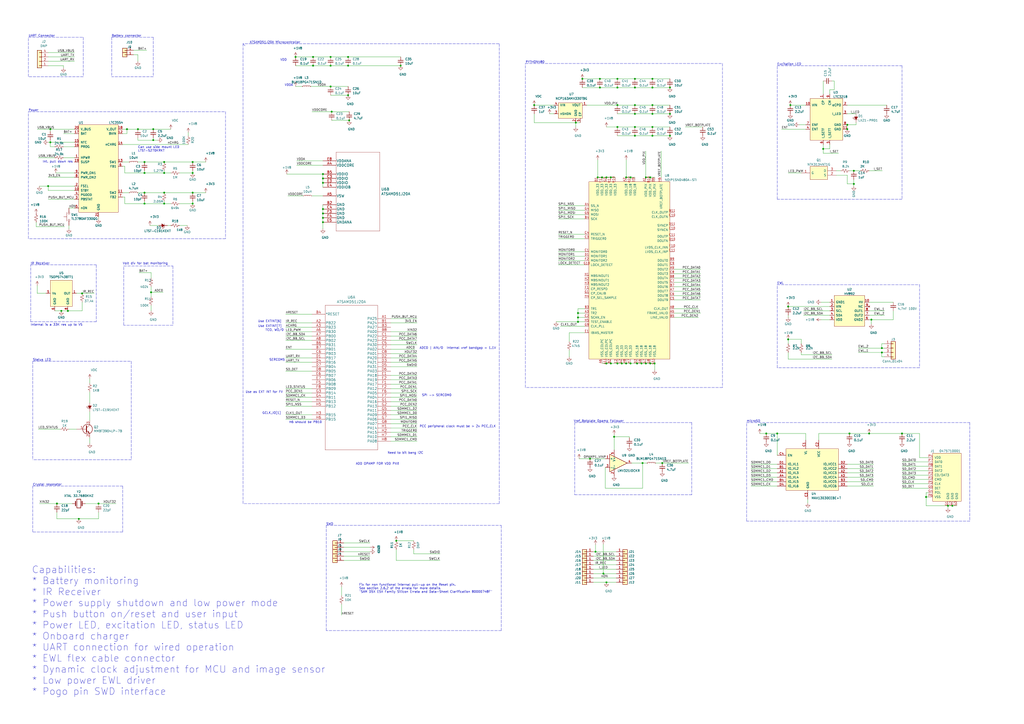
<source format=kicad_sch>
(kicad_sch (version 20211123) (generator eeschema)
  (paper "A2")
  (title_block (title "Miniscope-v4-Wire-Free") (date "2021-05-14") (company "UCLA"))
  (junction (at 457.2 196.85))
  (junction (at 95.25 118.11))
  (junction (at 29.21 82.55))
  (junction (at 335.28 184.15))
  (junction (at 358.14 50.8))
  (junction (at 491.49 72.39))
  (junction (at 537.21 288.29))
  (junction (at 552.45 293.37))
  (junction (at 201.93 33.02))
  (junction (at 368.3 73.66))
  (junction (at 368.3 60.96))
  (junction (at 57.15 292.1))
  (junction (at 83.82 118.11))
  (junction (at 372.11 210.82))
  (junction (at 111.76 100.33))
  (junction (at 181.61 33.02))
  (junction (at 187.325 123.825))
  (junction (at 495.3 99.06))
  (junction (at 201.93 55.245))
  (junction (at 511.556 201.93))
  (junction (at 83.82 100.33))
  (junction (at 388.62 78.74))
  (junction (at 202.565 69.85))
  (junction (at 229.87 313.69))
  (junction (at 549.91 293.37))
  (junction (at 458.47 60.96))
  (junction (at 33.02 292.1))
  (junction (at 346.71 102.87))
  (junction (at 378.46 66.04))
  (junction (at 88.9 74.93))
  (junction (at 360.68 210.82))
  (junction (at 377.19 210.82))
  (junction (at 444.5 251.46))
  (junction (at 35.56 180.34))
  (junction (at 187.325 126.365))
  (junction (at 511.556 204.47))
  (junction (at 351.79 210.82))
  (junction (at 73.66 74.93))
  (junction (at 187.325 106.045))
  (junction (at 187.325 121.285))
  (junction (at 368.3 66.04))
  (junction (at 187.325 100.965))
  (junction (at 374.65 102.87))
  (junction (at 181.61 38.1))
  (junction (at 384.175 268.605))
  (junction (at 365.76 102.87))
  (junction (at 350.012 332.74))
  (junction (at 368.3 50.8))
  (junction (at 388.62 66.04))
  (junction (at 83.82 93.98))
  (junction (at 504.19 251.46))
  (junction (at 201.93 38.1))
  (junction (at 187.325 128.905))
  (junction (at 347.98 45.72))
  (junction (at 232.41 38.1))
  (junction (at 492.76 251.46))
  (junction (at 378.46 78.74))
  (junction (at 457.2 177.8))
  (junction (at 523.24 251.46))
  (junction (at 95.25 111.76))
  (junction (at 356.235 253.365))
  (junction (at 491.49 74.93))
  (junction (at 45.72 300.99))
  (junction (at 358.14 210.82))
  (junction (at 191.77 50.165))
  (junction (at 111.76 118.11))
  (junction (at 450.85 251.46))
  (junction (at 477.52 86.36))
  (junction (at 358.14 60.96))
  (junction (at 337.82 45.72))
  (junction (at 111.76 111.76))
  (junction (at 345.44 320.04))
  (junction (at 372.745 268.605))
  (junction (at 335.28 186.69))
  (junction (at 95.25 93.98))
  (junction (at 88.9 81.28))
  (junction (at 378.46 73.66))
  (junction (at 111.76 93.98))
  (junction (at 191.77 38.1))
  (junction (at 39.37 180.34))
  (junction (at 349.25 102.87))
  (junction (at 379.73 210.82))
  (junction (at 374.65 210.82))
  (junction (at 378.46 45.72))
  (junction (at 388.62 50.8))
  (junction (at 309.88 60.96))
  (junction (at 363.22 210.82))
  (junction (at 171.45 33.02))
  (junction (at 347.98 50.8))
  (junction (at 335.28 181.61))
  (junction (at 365.76 210.82))
  (junction (at 368.3 78.74))
  (junction (at 354.33 210.82))
  (junction (at 351.79 337.82))
  (junction (at 27.94 107.95))
  (junction (at 354.33 102.87))
  (junction (at 369.57 210.82))
  (junction (at 358.14 45.72))
  (junction (at 363.22 102.87))
  (junction (at 83.82 111.76))
  (junction (at 191.77 33.02))
  (junction (at 87.63 169.545))
  (junction (at 368.3 45.72))
  (junction (at 29.21 74.93))
  (junction (at 342.265 266.065))
  (junction (at 192.405 64.77))
  (junction (at 95.25 100.33))
  (junction (at 334.01 71.12))
  (junction (at 358.14 73.66))
  (junction (at 351.79 102.87))
  (junction (at 378.46 50.8))
  (junction (at 377.19 102.87))
  (junction (at 47.625 170.18))
  (junction (at 505.46 185.42))
  (junction (at 378.46 60.96))
  (junction (at 495.3 106.68))
  (junction (at 80.01 74.93))
  (junction (at 187.325 103.505))
  (wire (pts (xy 47.625 170.18) (xy 54.61 170.18)))
  (wire (pts (xy 191.77 55.245) (xy 201.93 55.245)))
  (wire (pts (xy 356.235 253.365) (xy 356.235 252.095)))
  (wire (pts (xy 165.735 240.665) (xy 180.975 240.665)))
  (wire (pts (xy 506.73 276.86) (xy 491.49 276.86)))
  (wire (pts (xy 165.735 233.045) (xy 180.975 233.045)))
  (wire (pts (xy 518.16 180.34) (xy 518.16 185.42)))
  (wire (pts (xy 372.745 283.21) (xy 351.155 283.21)))
  (wire (pts (xy 335.28 184.15) (xy 335.28 186.69)))
  (polyline (pts (xy 290.83 365.76) (xy 189.23 365.76)))
  (polyline (pts (xy 140.97 292.1) (xy 140.97 25.4)))
  (wire (pts (xy 241.935 200.025) (xy 226.695 200.025)))
  (polyline (pts (xy 333.375 245.11) (xy 333.375 287.02)))
  (wire (pts (xy 538.48 288.29) (xy 537.21 288.29)))
  (wire (pts (xy 464.82 196.85) (xy 457.2 196.85)))
  (wire (pts (xy 57.15 300.99) (xy 57.15 297.18)))
  (wire (pts (xy 47.625 175.26) (xy 47.625 180.34)))
  (polyline (pts (xy 140.97 25.4) (xy 142.24 26.67)))
  (wire (pts (xy 481.33 83.82) (xy 481.33 86.36)))
  (wire (pts (xy 187.325 123.825) (xy 187.325 126.365)))
  (wire (pts (xy 241.935 205.105) (xy 226.695 205.105)))
  (wire (pts (xy 309.88 60.96) (xy 321.31 60.96)))
  (wire (pts (xy 337.82 50.8) (xy 347.98 50.8)))
  (wire (pts (xy 309.88 66.04) (xy 309.88 71.12)))
  (wire (pts (xy 344.17 322.58) (xy 357.505 322.58)))
  (wire (pts (xy 241.935 253.365) (xy 226.695 253.365)))
  (wire (pts (xy 71.12 74.93) (xy 73.66 74.93)))
  (wire (pts (xy 83.82 99.06) (xy 83.82 100.33)))
  (wire (pts (xy 406.4 158.75) (xy 391.16 158.75)))
  (wire (pts (xy 346.71 102.87) (xy 346.71 92.71)))
  (polyline (pts (xy 71.12 281.94) (xy 71.12 308.61)))
  (wire (pts (xy 450.85 276.86) (xy 435.61 276.86)))
  (wire (pts (xy 83.82 118.11) (xy 72.39 118.11)))
  (polyline (pts (xy 64.77 21.59) (xy 64.77 44.45)))
  (wire (pts (xy 201.93 33.02) (xy 232.41 33.02)))
  (wire (pts (xy 180.975 64.77) (xy 192.405 64.77)))
  (wire (pts (xy 357.505 327.66) (xy 344.17 327.66)))
  (wire (pts (xy 180.34 50.165) (xy 191.77 50.165)))
  (wire (pts (xy 165.735 225.425) (xy 180.975 225.425)))
  (wire (pts (xy 87.63 169.545) (xy 94.615 169.545)))
  (wire (pts (xy 388.62 45.72) (xy 378.46 45.72)))
  (wire (pts (xy 43.18 120.65) (xy 40.005 120.65)))
  (wire (pts (xy 511.556 201.93) (xy 513.08 201.93)))
  (wire (pts (xy 491.49 101.6) (xy 491.49 106.68)))
  (wire (pts (xy 477.52 88.9) (xy 486.41 88.9)))
  (wire (pts (xy 20.955 128.905) (xy 20.955 131.445)))
  (wire (pts (xy 109.22 78.74) (xy 109.22 76.835)))
  (wire (pts (xy 464.82 100.33) (xy 457.2 100.33)))
  (wire (pts (xy 378.46 45.72) (xy 368.3 45.72)))
  (wire (pts (xy 358.14 73.66) (xy 351.79 73.66)))
  (wire (pts (xy 538.48 283.21) (xy 523.24 283.21)))
  (polyline (pts (xy 562.61 302.26) (xy 433.07 302.26)))
  (wire (pts (xy 45.72 300.99) (xy 57.15 300.99)))
  (wire (pts (xy 111.76 93.98) (xy 119.38 93.98)))
  (polyline (pts (xy 76.2 209.55) (xy 76.2 266.7)))
  (wire (pts (xy 481.33 180.34) (xy 466.09 180.34)))
  (wire (pts (xy 87.63 166.37) (xy 87.63 169.545)))
  (wire (pts (xy 523.24 251.46) (xy 533.4 251.46)))
  (wire (pts (xy 533.4 251.46) (xy 533.4 265.43)))
  (wire (pts (xy 88.9 74.93) (xy 99.06 74.93)))
  (wire (pts (xy 95.25 100.33) (xy 83.82 100.33)))
  (wire (pts (xy 351.155 283.21) (xy 351.155 271.145)))
  (wire (pts (xy 549.91 293.37) (xy 549.91 294.64)))
  (polyline (pts (xy 71.755 188.595) (xy 71.755 154.305)))
  (wire (pts (xy 241.935 197.485) (xy 226.695 197.485)))
  (wire (pts (xy 506.73 281.94) (xy 491.49 281.94)))
  (wire (pts (xy 457.2 208.28) (xy 482.6 208.28)))
  (wire (pts (xy 477.52 88.9) (xy 477.52 86.36)))
  (wire (pts (xy 491.49 72.39) (xy 491.49 74.93)))
  (wire (pts (xy 347.98 50.8) (xy 358.14 50.8)))
  (wire (pts (xy 95.25 93.98) (xy 83.82 93.98)))
  (wire (pts (xy 165.735 215.265) (xy 180.975 215.265)))
  (wire (pts (xy 36.83 77.47) (xy 43.18 77.47)))
  (wire (pts (xy 349.25 210.82) (xy 351.79 210.82)))
  (wire (pts (xy 88.9 80.01) (xy 88.9 81.28)))
  (wire (pts (xy 95.25 118.11) (xy 83.82 118.11)))
  (wire (pts (xy 339.09 179.07) (xy 335.28 179.07)))
  (wire (pts (xy 241.935 220.345) (xy 226.695 220.345)))
  (wire (pts (xy 481.33 182.88) (xy 466.09 182.88)))
  (wire (pts (xy 345.44 315.976) (xy 345.44 320.04)))
  (wire (pts (xy 481.33 177.8) (xy 457.2 177.8)))
  (wire (pts (xy 241.935 187.325) (xy 226.695 187.325)))
  (wire (pts (xy 187.325 103.505) (xy 187.325 100.965)))
  (polyline (pts (xy 290.83 304.8) (xy 290.83 365.76)))
  (wire (pts (xy 240.03 318.77) (xy 240.03 321.31)))
  (wire (pts (xy 31.75 91.44) (xy 22.225 91.44)))
  (wire (pts (xy 345.44 320.04) (xy 357.505 320.04)))
  (wire (pts (xy 52.07 222.25) (xy 52.07 219.71)))
  (wire (pts (xy 33.02 297.18) (xy 33.02 300.99)))
  (wire (pts (xy 165.735 202.565) (xy 180.975 202.565)))
  (polyline (pts (xy 450.85 115.57) (xy 450.85 38.1)))
  (polyline (pts (xy 419.1 224.79) (xy 304.8 224.79)))
  (wire (pts (xy 457.2 204.47) (xy 457.2 208.28)))
  (wire (pts (xy 457.2 182.88) (xy 457.2 184.15)))
  (wire (pts (xy 104.14 130.81) (xy 108.585 130.81)))
  (wire (pts (xy 481.33 86.36) (xy 477.52 86.36)))
  (wire (pts (xy 495.3 106.68) (xy 495.3 107.95)))
  (wire (pts (xy 344.17 332.74) (xy 350.012 332.74)))
  (wire (pts (xy 191.77 50.165) (xy 201.93 50.165)))
  (wire (pts (xy 406.4 166.37) (xy 391.16 166.37)))
  (wire (pts (xy 339.09 181.61) (xy 335.28 181.61)))
  (wire (pts (xy 363.22 210.82) (xy 365.76 210.82)))
  (wire (pts (xy 52.07 254) (xy 52.07 257.175)))
  (wire (pts (xy 450.85 251.46) (xy 444.5 251.46)))
  (wire (pts (xy 504.19 185.42) (xy 505.46 185.42)))
  (wire (pts (xy 323.85 153.67) (xy 339.09 153.67)))
  (wire (pts (xy 192.405 64.77) (xy 202.565 64.77)))
  (wire (pts (xy 80.01 81.28) (xy 88.9 81.28)))
  (wire (pts (xy 191.77 38.1) (xy 201.93 38.1)))
  (wire (pts (xy 538.48 278.13) (xy 523.24 278.13)))
  (polyline (pts (xy 55.88 153.67) (xy 55.88 186.69)))
  (wire (pts (xy 467.36 60.96) (xy 458.47 60.96)))
  (wire (pts (xy 491.49 60.96) (xy 514.35 60.96)))
  (wire (pts (xy 365.76 102.87) (xy 363.22 102.87)))
  (wire (pts (xy 406.4 156.21) (xy 391.16 156.21)))
  (wire (pts (xy 477.52 54.61) (xy 477.52 46.99)))
  (wire (pts (xy 241.935 184.785) (xy 226.695 184.785)))
  (wire (pts (xy 506.73 269.24) (xy 491.49 269.24)))
  (polyline (pts (xy 19.05 308.61) (xy 19.05 281.94)))
  (polyline (pts (xy 433.07 302.26) (xy 433.07 245.11)))
  (wire (pts (xy 356.235 260.985) (xy 356.235 253.365)))
  (wire (pts (xy 354.33 102.87) (xy 351.79 102.87)))
  (wire (pts (xy 368.3 60.96) (xy 358.14 60.96)))
  (wire (pts (xy 323.85 151.13) (xy 339.09 151.13)))
  (wire (pts (xy 40.005 130.81) (xy 40.005 132.715)))
  (wire (pts (xy 241.935 225.425) (xy 226.695 225.425)))
  (wire (pts (xy 29.21 85.09) (xy 29.21 82.55)))
  (wire (pts (xy 377.19 102.87) (xy 374.65 102.87)))
  (polyline (pts (xy 48.26 44.45) (xy 16.51 44.45)))
  (wire (pts (xy 31.75 85.09) (xy 29.21 85.09)))
  (polyline (pts (xy 146.05 25.4) (xy 140.97 25.4)))
  (wire (pts (xy 31.75 180.34) (xy 35.56 180.34)))
  (polyline (pts (xy 130.81 138.43) (xy 16.51 138.43)))
  (wire (pts (xy 450.85 274.32) (xy 435.61 274.32)))
  (wire (pts (xy 323.85 146.05) (xy 339.09 146.05)))
  (wire (pts (xy 538.48 280.67) (xy 523.24 280.67)))
  (wire (pts (xy 405.13 184.15) (xy 391.16 184.15)))
  (wire (pts (xy 44.45 170.18) (xy 47.625 170.18)))
  (wire (pts (xy 80.01 80.01) (xy 80.01 81.28)))
  (polyline (pts (xy 16.51 138.43) (xy 16.51 64.77)))
  (wire (pts (xy 187.325 106.045) (xy 187.325 103.505)))
  (wire (pts (xy 241.935 194.945) (xy 226.695 194.945)))
  (wire (pts (xy 321.31 66.04) (xy 318.77 66.04)))
  (wire (pts (xy 201.93 33.02) (xy 191.77 33.02)))
  (wire (pts (xy 323.85 124.46) (xy 339.09 124.46)))
  (wire (pts (xy 71.12 83.82) (xy 109.22 83.82)))
  (polyline (pts (xy 533.4 165.1) (xy 533.4 213.36)))
  (wire (pts (xy 165.735 182.245) (xy 180.975 182.245)))
  (wire (pts (xy 388.62 78.74) (xy 378.46 78.74)))
  (wire (pts (xy 43.18 115.57) (xy 27.94 115.57)))
  (polyline (pts (xy 450.85 213.36) (xy 450.85 165.1)))
  (wire (pts (xy 165.735 189.865) (xy 180.975 189.865)))
  (wire (pts (xy 495.3 99.06) (xy 499.11 99.06)))
  (wire (pts (xy 485.14 99.06) (xy 487.68 99.06)))
  (wire (pts (xy 240.03 321.31) (xy 255.27 321.31)))
  (polyline (pts (xy 450.85 38.1) (xy 523.24 38.1)))
  (wire (pts (xy 513.08 199.39) (xy 511.556 199.39)))
  (wire (pts (xy 43.18 110.49) (xy 27.94 110.49)))
  (wire (pts (xy 241.935 233.045) (xy 226.695 233.045)))
  (wire (pts (xy 351.79 337.82) (xy 357.505 337.82)))
  (wire (pts (xy 360.68 210.82) (xy 363.22 210.82)))
  (wire (pts (xy 187.325 128.905) (xy 187.325 132.715)))
  (wire (pts (xy 187.325 100.965) (xy 166.37 100.965)))
  (wire (pts (xy 368.3 73.66) (xy 358.14 73.66)))
  (wire (pts (xy 240.665 202.565) (xy 226.695 202.565)))
  (wire (pts (xy 27.94 110.49) (xy 27.94 107.95)))
  (wire (pts (xy 344.17 320.04) (xy 345.44 320.04)))
  (wire (pts (xy 485.14 101.6) (xy 491.49 101.6)))
  (wire (pts (xy 406.4 173.99) (xy 391.16 173.99)))
  (wire (pts (xy 309.88 71.12) (xy 334.01 71.12)))
  (polyline (pts (xy 76.2 266.7) (xy 19.05 266.7)))
  (wire (pts (xy 43.18 107.95) (xy 27.94 107.95)))
  (wire (pts (xy 72.39 118.11) (xy 72.39 114.3)))
  (wire (pts (xy 513.08 182.88) (xy 504.19 182.88)))
  (wire (pts (xy 165.735 227.965) (xy 180.975 227.965)))
  (polyline (pts (xy 16.51 44.45) (xy 16.51 21.59)))
  (wire (pts (xy 199.39 314.96) (xy 214.63 314.96)))
  (wire (pts (xy 21.59 170.18) (xy 21.59 165.735)))
  (polyline (pts (xy 48.26 21.59) (xy 48.26 44.45)))
  (wire (pts (xy 538.48 275.59) (xy 523.24 275.59)))
  (wire (pts (xy 29.21 81.28) (xy 29.21 82.55)))
  (wire (pts (xy 374.65 102.87) (xy 374.65 87.63)))
  (wire (pts (xy 111.76 111.76) (xy 119.38 111.76)))
  (wire (pts (xy 511.556 204.47) (xy 511.556 207.01)))
  (wire (pts (xy 241.935 222.885) (xy 226.695 222.885)))
  (wire (pts (xy 57.15 125.73) (xy 57.15 127)))
  (wire (pts (xy 506.73 271.78) (xy 491.49 271.78)))
  (wire (pts (xy 95.25 99.06) (xy 95.25 100.33)))
  (wire (pts (xy 372.11 210.82) (xy 374.65 210.82)))
  (wire (pts (xy 57.15 292.1) (xy 67.31 292.1)))
  (wire (pts (xy 71.12 111.76) (xy 74.93 111.76)))
  (wire (pts (xy 481.33 52.07) (xy 483.87 52.07)))
  (wire (pts (xy 49.53 292.1) (xy 57.15 292.1)))
  (wire (pts (xy 344.17 335.28) (xy 357.505 335.28)))
  (wire (pts (xy 29.21 76.2) (xy 29.21 74.93)))
  (wire (pts (xy 241.935 212.725) (xy 226.695 212.725)))
  (wire (pts (xy 83.82 116.84) (xy 83.82 118.11)))
  (wire (pts (xy 175.895 113.665) (xy 167.005 113.665)))
  (wire (pts (xy 351.79 102.87) (xy 349.25 102.87)))
  (polyline (pts (xy 289.56 25.4) (xy 289.56 292.1)))
  (wire (pts (xy 191.77 33.02) (xy 181.61 33.02)))
  (polyline (pts (xy 523.24 115.57) (xy 450.85 115.57)))
  (wire (pts (xy 356.87 102.87) (xy 354.33 102.87)))
  (wire (pts (xy 241.935 207.645) (xy 226.695 207.645)))
  (wire (pts (xy 537.21 285.75) (xy 537.21 288.29)))
  (wire (pts (xy 491.49 72.39) (xy 496.57 72.39)))
  (wire (pts (xy 374.65 210.82) (xy 377.19 210.82)))
  (wire (pts (xy 497.84 201.93) (xy 511.556 201.93)))
  (wire (pts (xy 27.94 107.95) (xy 22.86 107.95)))
  (wire (pts (xy 43.18 100.33) (xy 32.385 100.33)))
  (wire (pts (xy 77.47 31.75) (xy 80.01 31.75)))
  (wire (pts (xy 33.02 292.1) (xy 22.86 292.1)))
  (wire (pts (xy 192.405 69.85) (xy 202.565 69.85)))
  (wire (pts (xy 379.73 102.87) (xy 377.19 102.87)))
  (wire (pts (xy 366.395 268.605) (xy 372.745 268.605)))
  (wire (pts (xy 95.25 93.98) (xy 111.76 93.98)))
  (wire (pts (xy 383.54 102.87) (xy 383.54 87.63)))
  (wire (pts (xy 457.2 196.85) (xy 457.2 199.39)))
  (wire (pts (xy 241.935 238.125) (xy 226.695 238.125)))
  (wire (pts (xy 199.39 317.5) (xy 214.63 317.5)))
  (polyline (pts (xy 333.375 245.11) (xy 401.32 245.11)))
  (wire (pts (xy 368.3 45.72) (xy 358.14 45.72)))
  (wire (pts (xy 165.735 210.185) (xy 180.975 210.185)))
  (wire (pts (xy 491.49 106.68) (xy 495.3 106.68)))
  (polyline (pts (xy 533.4 213.36) (xy 450.85 213.36)))
  (wire (pts (xy 481.33 54.61) (xy 481.33 52.07)))
  (wire (pts (xy 323.85 135.89) (xy 339.09 135.89)))
  (wire (pts (xy 87.63 158.115) (xy 80.645 158.115)))
  (wire (pts (xy 198.12 340.36) (xy 198.12 345.44)))
  (wire (pts (xy 349.25 102.87) (xy 346.71 102.87)))
  (wire (pts (xy 180.975 197.485) (xy 165.735 197.485)))
  (wire (pts (xy 467.36 251.46) (xy 450.85 251.46)))
  (wire (pts (xy 226.695 245.745) (xy 241.935 245.745)))
  (polyline (pts (xy 289.56 292.1) (xy 140.97 292.1)))
  (polyline (pts (xy 71.12 308.61) (xy 19.05 308.61)))
  (polyline (pts (xy 433.07 245.11) (xy 562.61 245.11)))
  (wire (pts (xy 43.18 102.87) (xy 27.94 102.87)))
  (polyline (pts (xy 130.81 64.77) (xy 130.81 138.43)))
  (wire (pts (xy 384.175 268.605) (xy 380.365 268.605)))
  (wire (pts (xy 44.45 248.92) (xy 40.005 248.92)))
  (wire (pts (xy 378.46 50.8) (xy 388.62 50.8)))
  (wire (pts (xy 495.3 104.14) (xy 495.3 106.68)))
  (wire (pts (xy 377.19 210.82) (xy 379.73 210.82)))
  (wire (pts (xy 379.73 210.82) (xy 379.73 214.63)))
  (wire (pts (xy 71.12 77.47) (xy 73.66 77.47)))
  (wire (pts (xy 347.98 45.72) (xy 337.82 45.72)))
  (wire (pts (xy 80.01 111.76) (xy 83.82 111.76)))
  (wire (pts (xy 481.33 175.26) (xy 476.25 175.26)))
  (wire (pts (xy 92.075 130.81) (xy 86.995 130.81)))
  (wire (pts (xy 468.63 289.56) (xy 468.63 291.846)))
  (wire (pts (xy 73.66 77.47) (xy 73.66 74.93)))
  (wire (pts (xy 505.46 185.42) (xy 505.46 187.96)))
  (wire (pts (xy 87.63 161.29) (xy 87.63 158.115)))
  (wire (pts (xy 368.3 78.74) (xy 358.14 78.74)))
  (wire (pts (xy 342.265 266.065) (xy 335.915 266.065)))
  (wire (pts (xy 241.935 235.585) (xy 226.695 235.585)))
  (wire (pts (xy 481.33 185.42) (xy 476.25 185.42)))
  (polyline (pts (xy 304.8 36.83) (xy 419.1 36.83)))
  (wire (pts (xy 111.76 100.33) (xy 111.76 99.06)))
  (wire (pts (xy 187.325 126.365) (xy 187.325 128.905)))
  (wire (pts (xy 538.48 267.97) (xy 523.24 267.97)))
  (wire (pts (xy 368.3 66.04) (xy 358.14 66.04)))
  (wire (pts (xy 450.85 269.24) (xy 435.61 269.24)))
  (wire (pts (xy 83.82 100.33) (xy 72.39 100.33)))
  (polyline (pts (xy 17.78 186.69) (xy 17.78 153.67)))
  (wire (pts (xy 450.85 264.16) (xy 450.85 251.46)))
  (polyline (pts (xy 19.05 209.55) (xy 19.05 266.7)))
  (wire (pts (xy 199.39 325.12) (xy 214.63 325.12)))
  (wire (pts (xy 26.67 170.18) (xy 21.59 170.18)))
  (wire (pts (xy 537.21 293.37) (xy 549.91 293.37)))
  (wire (pts (xy 339.09 189.23) (xy 325.12 189.23)))
  (wire (pts (xy 104.14 100.33) (xy 111.76 100.33)))
  (wire (pts (xy 450.85 279.4) (xy 435.61 279.4)))
  (wire (pts (xy 323.85 148.59) (xy 339.09 148.59)))
  (polyline (pts (xy 100.33 188.595) (xy 71.755 188.595)))
  (wire (pts (xy 171.45 38.1) (xy 181.61 38.1)))
  (wire (pts (xy 513.08 180.34) (xy 504.19 180.34)))
  (polyline (pts (xy 562.61 245.11) (xy 562.61 302.26)))
  (wire (pts (xy 334.01 71.12) (xy 334.01 73.66)))
  (polyline (pts (xy 19.05 281.94) (xy 21.59 281.94)))
  (wire (pts (xy 72.39 100.33) (xy 72.39 96.52)))
  (wire (pts (xy 511.556 207.01) (xy 513.08 207.01)))
  (wire (pts (xy 95.25 116.84) (xy 95.25 118.11)))
  (wire (pts (xy 335.28 186.69) (xy 322.58 186.69)))
  (wire (pts (xy 95.25 111.76) (xy 83.82 111.76)))
  (wire (pts (xy 538.48 270.51) (xy 523.24 270.51)))
  (wire (pts (xy 365.125 254) (xy 365.125 253.365)))
  (wire (pts (xy 506.73 274.32) (xy 491.49 274.32)))
  (wire (pts (xy 350.012 332.74) (xy 357.505 332.74)))
  (wire (pts (xy 241.935 210.185) (xy 226.695 210.185)))
  (wire (pts (xy 72.39 114.3) (xy 71.12 114.3)))
  (wire (pts (xy 365.125 253.365) (xy 356.235 253.365)))
  (wire (pts (xy 477.52 83.82) (xy 477.52 86.36)))
  (wire (pts (xy 241.935 255.905) (xy 226.695 255.905)))
  (polyline (pts (xy 88.9 44.45) (xy 64.77 44.45)))
  (wire (pts (xy 29.21 74.93) (xy 21.59 74.93)))
  (wire (pts (xy 504.19 99.06) (xy 511.81 99.06)))
  (wire (pts (xy 511.556 199.39) (xy 511.556 201.93)))
  (wire (pts (xy 554.99 293.37) (xy 552.45 293.37)))
  (wire (pts (xy 229.87 325.12) (xy 255.27 325.12)))
  (wire (pts (xy 378.46 60.96) (xy 368.3 60.96)))
  (polyline (pts (xy 189.23 365.76) (xy 189.23 304.8)))
  (wire (pts (xy 87.63 169.545) (xy 87.63 172.085)))
  (wire (pts (xy 340.36 60.96) (xy 358.14 60.96)))
  (wire (pts (xy 240.03 313.69) (xy 229.87 313.69)))
  (wire (pts (xy 29.21 74.93) (xy 43.18 74.93)))
  (wire (pts (xy 504.19 251.46) (xy 523.24 251.46)))
  (wire (pts (xy 330.2 198.12) (xy 330.2 193.04)))
  (wire (pts (xy 165.735 230.505) (xy 180.975 230.505)))
  (wire (pts (xy 41.91 292.1) (xy 33.02 292.1)))
  (wire (pts (xy 450.85 271.78) (xy 435.61 271.78)))
  (wire (pts (xy 88.9 81.28) (xy 91.44 81.28)))
  (wire (pts (xy 538.48 285.75) (xy 537.21 285.75)))
  (wire (pts (xy 47.625 180.34) (xy 39.37 180.34)))
  (wire (pts (xy 199.39 320.04) (xy 214.63 320.04)))
  (wire (pts (xy 73.66 74.93) (xy 80.01 74.93)))
  (wire (pts (xy 368.3 50.8) (xy 378.46 50.8)))
  (wire (pts (xy 406.4 168.91) (xy 391.16 168.91)))
  (wire (pts (xy 77.47 29.21) (xy 85.09 29.21)))
  (wire (pts (xy 241.935 240.665) (xy 226.695 240.665)))
  (wire (pts (xy 518.16 185.42) (xy 505.46 185.42)))
  (wire (pts (xy 344.17 337.82) (xy 351.79 337.82)))
  (wire (pts (xy 358.14 45.72) (xy 347.98 45.72)))
  (polyline (pts (xy 55.88 186.69) (xy 17.78 186.69)))
  (wire (pts (xy 330.2 203.2) (xy 330.2 207.01)))
  (wire (pts (xy 180.975 194.945) (xy 165.735 194.945)))
  (wire (pts (xy 467.36 74.93) (xy 453.39 74.93)))
  (wire (pts (xy 52.07 243.84) (xy 52.07 238.76)))
  (wire (pts (xy 43.18 91.44) (xy 36.83 91.44)))
  (wire (pts (xy 241.935 230.505) (xy 226.695 230.505)))
  (wire (pts (xy 35.56 180.34) (xy 39.37 180.34)))
  (wire (pts (xy 165.735 192.405) (xy 180.975 192.405)))
  (polyline (pts (xy 19.05 209.55) (xy 76.2 209.55)))
  (wire (pts (xy 241.935 227.965) (xy 226.695 227.965)))
  (wire (pts (xy 358.14 210.82) (xy 360.68 210.82)))
  (wire (pts (xy 80.01 93.98) (xy 83.82 93.98)))
  (polyline (pts (xy 401.32 245.11) (xy 401.32 287.02)))
  (wire (pts (xy 241.935 248.285) (xy 226.695 248.285)))
  (wire (pts (xy 336.55 71.12) (xy 334.01 71.12)))
  (polyline (pts (xy 304.8 224.79) (xy 304.8 36.83)))
  (wire (pts (xy 406.4 163.83) (xy 391.16 163.83)))
  (wire (pts (xy 33.02 300.99) (xy 45.72 300.99)))
  (wire (pts (xy 378.46 78.74) (xy 368.3 78.74)))
  (wire (pts (xy 350.012 315.722) (xy 350.012 332.74)))
  (wire (pts (xy 80.01 31.75) (xy 80.01 35.56)))
  (wire (pts (xy 351.155 266.065) (xy 342.265 266.065)))
  (polyline (pts (xy 146.05 25.4) (xy 289.56 25.4)))
  (wire (pts (xy 388.62 73.66) (xy 378.46 73.66)))
  (wire (pts (xy 354.33 210.82) (xy 358.14 210.82)))
  (wire (pts (xy 330.2 193.04) (xy 339.09 193.04)))
  (wire (pts (xy 491.49 66.04) (xy 496.57 66.04)))
  (wire (pts (xy 496.57 72.39) (xy 496.57 71.12)))
  (wire (pts (xy 323.85 119.38) (xy 339.09 119.38)))
  (wire (pts (xy 464.82 205.74) (xy 482.6 205.74)))
  (wire (pts (xy 20.955 131.445) (xy 37.465 131.445)))
  (wire (pts (xy 241.935 192.405) (xy 226.695 192.405)))
  (wire (pts (xy 43.18 33.02) (xy 27.94 33.02)))
  (polyline (pts (xy 450.85 165.1) (xy 533.4 165.1)))
  (wire (pts (xy 199.39 322.58) (xy 214.63 322.58)))
  (wire (pts (xy 72.39 96.52) (xy 71.12 96.52)))
  (polyline (pts (xy 523.24 38.1) (xy 523.24 115.57)))
  (wire (pts (xy 378.46 66.04) (xy 368.3 66.04)))
  (wire (pts (xy 27.94 38.1) (xy 36.83 38.1)))
  (wire (pts (xy 52.07 227.33) (xy 52.07 233.68)))
  (wire (pts (xy 187.325 108.585) (xy 187.325 106.045)))
  (wire (pts (xy 467.36 72.39) (xy 463.55 72.39)))
  (wire (pts (xy 464.82 199.39) (xy 464.82 196.85)))
  (wire (pts (xy 372.745 268.605) (xy 375.285 268.605)))
  (wire (pts (xy 511.556 204.47) (xy 513.08 204.47)))
  (wire (pts (xy 104.14 118.11) (xy 111.76 118.11)))
  (wire (pts (xy 95.25 118.11) (xy 99.06 118.11)))
  (wire (pts (xy 71.12 93.98) (xy 74.93 93.98)))
  (wire (pts (xy 506.73 279.4) (xy 491.49 279.4)))
  (polyline (pts (xy 64.77 21.59) (xy 88.9 21.59)))
  (wire (pts (xy 241.935 217.805) (xy 226.695 217.805)))
  (wire (pts (xy 495.3 99.06) (xy 492.76 99.06)))
  (wire (pts (xy 406.4 181.61) (xy 391.16 181.61)))
  (wire (pts (xy 323.85 138.43) (xy 339.09 138.43)))
  (wire (pts (xy 378.46 73.66) (xy 368.3 73.66)))
  (wire (pts (xy 450.85 281.94) (xy 435.61 281.94)))
  (wire (pts (xy 406.4 161.29) (xy 391.16 161.29)))
  (wire (pts (xy 483.87 52.07) (xy 483.87 46.99)))
  (wire (pts (xy 474.98 255.27) (xy 474.98 251.46)))
  (wire (pts (xy 368.3 102.87) (xy 365.76 102.87)))
  (polyline (pts (xy 419.1 36.83) (xy 419.1 224.79)))
  (wire (pts (xy 165.735 207.645) (xy 180.975 207.645)))
  (wire (pts (xy 187.325 93.345) (xy 172.085 93.345)))
  (polyline (pts (xy 21.59 281.94) (xy 71.12 281.94)))
  (polyline (pts (xy 16.51 64.77) (xy 130.81 64.77)))
  (wire (pts (xy 504.19 175.26) (xy 518.16 175.26)))
  (wire (pts (xy 537.21 288.29) (xy 537.21 293.37)))
  (wire (pts (xy 43.18 30.48) (xy 27.94 30.48)))
  (wire (pts (xy 241.935 243.205) (xy 226.695 243.205)))
  (wire (pts (xy 181.61 38.1) (xy 191.77 38.1)))
  (polyline (pts (xy 17.78 153.67) (xy 55.88 153.67)))
  (wire (pts (xy 187.325 118.745) (xy 187.325 121.285)))
  (wire (pts (xy 372.745 268.605) (xy 372.745 283.21)))
  (wire (pts (xy 538.48 273.05) (xy 523.24 273.05)))
  (wire (pts (xy 80.01 74.93) (xy 88.9 74.93)))
  (wire (pts (xy 111.76 118.11) (xy 111.76 116.84)))
  (wire (pts (xy 198.12 350.52) (xy 198.12 356.87)))
  (wire (pts (xy 407.67 73.66) (xy 397.51 73.66)))
  (wire (pts (xy 181.61 33.02) (xy 171.45 33.02)))
  (wire (pts (xy 36.83 38.1) (xy 36.83 39.37)))
  (wire (pts (xy 95.25 111.76) (xy 111.76 111.76)))
  (wire (pts (xy 165.735 187.325) (xy 180.975 187.325)))
  (wire (pts (xy 34.925 248.92) (xy 22.225 248.92)))
  (wire (pts (xy 229.87 318.77) (xy 229.87 325.12)))
  (wire (pts (xy 388.62 66.04) (xy 378.46 66.04)))
  (wire (pts (xy 323.85 121.92) (xy 339.09 121.92)))
  (wire (pts (xy 226.695 250.825) (xy 241.935 250.825)))
  (polyline (pts (xy 88.9 21.59) (xy 88.9 44.45)))
  (wire (pts (xy 43.18 82.55) (xy 29.21 82.55)))
  (wire (pts (xy 43.18 35.56) (xy 27.94 35.56)))
  (wire (pts (xy 483.87 46.99) (xy 482.6 46.99)))
  (wire (pts (xy 335.28 186.69) (xy 339.09 186.69)))
  (wire (pts (xy 187.325 121.285) (xy 187.325 123.825)))
  (wire (pts (xy 165.735 235.585) (xy 180.975 235.585)))
  (wire (pts (xy 344.17 330.2) (xy 357.505 330.2)))
  (wire (pts (xy 175.26 50.165) (xy 171.45 50.165)))
  (wire (pts (xy 335.28 179.07) (xy 335.28 181.61)))
  (wire (pts (xy 344.17 325.12) (xy 357.505 325.12)))
  (wire (pts (xy 201.93 38.1) (xy 232.41 38.1)))
  (wire (pts (xy 365.76 210.82) (xy 369.57 210.82)))
  (polyline (pts (xy 100.33 154.305) (xy 100.33 188.595)))
  (wire (pts (xy 323.85 127) (xy 339.09 127)))
  (wire (pts (xy 29.21 82.55) (xy 27.94 82.55)))
  (wire (pts (xy 444.5 251.46) (xy 440.69 251.46)))
  (wire (pts (xy 187.325 113.665) (xy 180.975 113.665)))
  (wire (pts (xy 339.09 184.15) (xy 335.28 184.15)))
  (wire (pts (xy 99.06 130.81) (xy 97.155 130.81)))
  (wire (pts (xy 363.22 102.87) (xy 363.22 92.71)))
  (wire (pts (xy 464.82 204.47) (xy 464.82 205.74)))
  (wire (pts (xy 406.4 171.45) (xy 391.16 171.45)))
  (polyline (pts (xy 71.755 154.305) (xy 100.33 154.305)))
  (wire (pts (xy 467.36 255.27) (xy 467.36 251.46)))
  (wire (pts (xy 43.18 85.09) (xy 36.83 85.09)))
  (polyline (pts (xy 16.51 21.59) (xy 48.26 21.59)))
  (polyline (pts (xy 401.32 287.02) (xy 333.375 287.02)))
  (wire (pts (xy 87.63 177.165) (xy 87.63 180.34)))
  (wire (pts (xy 405.13 179.07) (xy 391.16 179.07)))
  (wire (pts (xy 384.175 268.605) (xy 399.415 268.605)))
  (wire (pts (xy 533.4 265.43) (xy 538.48 265.43)))
  (wire (pts (xy 492.76 251.46) (xy 504.19 251.46)))
  (wire (pts (xy 187.325 95.885) (xy 172.085 95.885)))
  (wire (pts (xy 474.98 251.46) (xy 492.76 251.46)))
  (wire (pts (xy 369.57 210.82) (xy 372.11 210.82)))
  (wire (pts (xy 351.79 210.82) (xy 354.33 210.82)))
  (wire (pts (xy 358.14 50.8) (xy 368.3 50.8)))
  (wire (pts (xy 165.735 243.205) (xy 180.975 243.205)))
  (wire (pts (xy 497.84 204.47) (xy 511.556 204.47)))
  (wire (pts (xy 388.62 60.96) (xy 378.46 60.96)))
  (polyline (pts (xy 189.23 304.8) (xy 290.83 304.8)))
  (wire (pts (xy 335.28 181.61) (xy 335.28 184.15)))
  (wire (pts (xy 552.45 293.37) (xy 549.91 293.37)))
  (wire (pts (xy 95.25 100.33) (xy 99.06 100.33)))
  (text "Internal is a 33K res up to VS" (at 17.78 189.23 0) (effects (font (size 1.27 1.27)) (justify left bottom)))
  (text "Need to bit bang I2C" (at 224.79 263.525 0) (effects (font (size 1.27 1.27)) (justify left bottom)))
  (text "Fix for non functional internal pull-up on the Reset pin.\nSee section 2.6.2 of the errata for more details\n\"SAM D5X E5X Family Silicon Errata and Data-Sheet Clarification 80000748F\"" (at 208.28 344.17 0) (effects (font (size 1.27 1.27)) (justify left bottom)))
  (text "Crystal resonator" (at 19.05 281.94 0) (effects (font (size 1.27 1.27)) (justify left bottom)))
  (text "Use as EXT INT for FV" (at 142.367 228.219 0) (effects (font (size 1.27 1.27)) (justify left bottom)))
  (text "SERCOM5" (at 156.21 209.55 0) (effects (font (size 1.27 1.27)) (justify left bottom)))
  (text "Excitation LED" (at 450.85 38.1 0) (effects (font (size 1.27 1.27)) (justify left bottom)))
  (text "Vref_Botplate Opamp Follower" (at 332.74 245.11 0) (effects (font (size 1.27 1.27)) (justify left bottom)))
  (text "H6 should be PB10" (at 167.64 245.745 0) (effects (font (size 1.27 1.27)) (justify left bottom)))
  (text "PCC peripheral clock must be > 2x PCC_CLK" (at 243.332 248.158 0) (effects (font (size 1.27 1.27)) (justify left bottom)))
  (text "Power" (at 16.51 64.77 0) (effects (font (size 1.27 1.27)) (justify left bottom)))
  (text "Internal vref bandgap = 1.1V" (at 259.08 202.692 0) (effects (font (size 1.27 1.27)) (justify left bottom)))
  (text "IR Receiver" (at 17.78 153.67 0) (effects (font (size 1.27 1.27)) (justify left bottom)))
  (text "UART Connector" (at 16.51 21.59 0) (effects (font (size 1.27 1.27)) (justify left bottom)))
  (text "Use EXTINT[7]" (at 149.733 189.992 0) (effects (font (size 1.27 1.27)) (justify left bottom)))
  (text "SPI -> SERCOM0" (at 244.729 230.124 0) (effects (font (size 1.27 1.27)) (justify left bottom)))
  (text "Can use side mount LED 	\nLTST-S270KRKT" (at 80.01 88.265 0) (effects (font (size 1.27 1.27)) (justify left bottom)))
  (text "Int. pull down res" (at 24.765 94.615 0) (effects (font (size 1.27 1.27)) (justify left bottom)))
  (text "EWL" (at 450.85 165.1 0) (effects (font (size 1.27 1.27)) (justify left bottom)))
  (text "ADC0 | AIN/0" (at 243.332 202.692 0) (effects (font (size 1.27 1.27)) (justify left bottom)))
  (text "VDD" (at 162.56 35.56 0) (effects (font (size 1.27 1.27)) (justify left bottom)))
  (text "Capabilities:\n* Battery monitoring\n* IR Receiver\n* Power supply shutdown and low power mode\n* Push button on/reset and user input\n* Power LED, excitation LED, status LED\n* Onboard charger\n* UART connection for wired operation\n* EWL flex cable connector\n* Dynamic clock adjustment for MCU and image sensor\n* Low power EWL driver\n* Pogo pin SWD interface" (at 18.415 403.606 0) (effects (font (size 3.9878 3.9878)) (justify left bottom)))
  (text "SWD" (at 189.23 304.8 0) (effects (font (size 1.27 1.27)) (justify left bottom)))
  (text "TCO, WO/0" (at 153.924 192.278 0) (effects (font (size 1.27 1.27)) (justify left bottom)))
  (text "Status LED" (at 19.05 209.55 0) (effects (font (size 1.27 1.27)) (justify left bottom)))
  (text "Volt div for bat monitoring" (at 71.12 153.67 0) (effects (font (size 1.27 1.27)) (justify left bottom)))
  (text "Battery connector" (at 64.77 21.59 0) (effects (font (size 1.27 1.27)) (justify left bottom)))
  (text "VDDA" (at 165.1 50.165 0) (effects (font (size 1.27 1.27)) (justify left bottom)))
  (text "ADD OPAMP FOR VDD PXI!" (at 206.375 269.875 0) (effects (font (size 1.27 1.27)) (justify left bottom)))
  (text "PYTHON480" (at 304.8 36.83 0) (effects (font (size 1.27 1.27)) (justify left bottom)))
  (text "Use EXTINT[6]" (at 149.606 187.198 0) (effects (font (size 1.27 1.27)) (justify left bottom)))
  (text "GCLK_IO[1]" (at 152.146 240.411 0) (effects (font (size 1.27 1.27)) (justify left bottom)))
  (text "ATSAMD51J20A Microcontroller" (at 144.78 25.4 0) (effects (font (size 1.27 1.27)) (justify left bottom)))
  (text "microSD" (at 433.07 245.11 0) (effects (font (size 1.27 1.27)) (justify left bottom)))
  (label "SD_CMD" (at 523.24 278.13 0))
  (label "SDMMC1_CMD" (at 435.61 279.4 0))
  (label "SPI1_NSS" (at 323.85 119.38 0))
  (label "SD_CMD" (at 506.73 279.4 180))
  (label "I2C_BB_SDA" (at 482.6 208.28 180))
  (label "SDMMC1_D3" (at 435.61 276.86 0))
  (label "OPAMP1_VINP" (at 338.455 266.065 0))
  (label "SPI1_NSS" (at 165.735 235.585 0))
  (label "PCC_DATA7" (at 241.935 197.485 180))
  (label "SD_DAT0" (at 523.24 267.97 0))
  (label "IR_REC" (at 165.735 187.325 0))
  (label "SD_CLK" (at 523.24 280.67 0))
  (label "SDMMC1_D0" (at 435.61 269.24 0))
  (label "SWDIO" (at 214.63 325.12 180))
  (label "ADC0" (at 240.665 202.565 180))
  (label "UART_RX" (at 43.18 35.56 180))
  (label "SWCLK" (at 255.27 325.12 180))
  (label "PCC_DATA2" (at 406.4 161.29 180))
  (label "PUSH_BUT_MCU" (at 241.935 184.785 180))
  (label "UART_TX" (at 43.18 33.02 180))
  (label "SDMMC1_D1" (at 241.935 253.365 180))
  (label "LED_STATUS" (at 165.735 225.425 0))
  (label "VDDCORE" (at 180.975 64.77 0))
  (label "RESET_N" (at 323.85 135.89 0))
  (label "LED_STATUS" (at 22.225 248.92 0))
  (label "PCC_DATA0" (at 241.935 233.045 180))
  (label "CLK1_OUT" (at 165.735 240.665 0))
  (label "PCC_DATA5" (at 241.935 210.185 180))
  (label "I_LED" (at 493.395 66.04 0))
  (label "ENT" (at 165.735 202.565 0))
  (label "SD_DAT2" (at 523.24 273.05 0))
  (label "nRESET" (at 198.12 356.87 0))
  (label "I2C_BB_SDA" (at 345.44 325.12 0))
  (label "XOUT32" (at 241.935 205.105 180))
  (label "VDDA" (at 184.15 50.165 0))
  (label "PCC_DEN1" (at 241.935 225.425 180))
  (label "LED_PWM" (at 165.735 192.405 0))
  (label "PCC_DATA4" (at 406.4 166.37 180))
  (label "SPI1_MISO" (at 241.935 243.205 180))
  (label "nCHRG" (at 97.155 83.82 0))
  (label "BAT+" (at 80.645 158.115 0))
  (label "SDMMC1_CK" (at 435.61 281.94 0))
  (label "SD_DAT1" (at 523.24 270.51 0))
  (label "PCC_DATA3" (at 406.4 163.83 180))
  (label "PCC_DEN1" (at 165.735 227.965 0))
  (label "VDD_PIX" (at 350.52 60.96 0))
  (label "PCC_DATA0" (at 406.4 156.21 180))
  (label "3V3_EN" (at 27.94 102.87 0))
  (label "nCHRG" (at 165.735 189.865 0))
  (label "PCC_CLK" (at 405.13 179.07 180))
  (label "I2C_BB_SDA" (at 165.735 194.945 0))
  (label "PCC_DEN1" (at 406.4 181.61 180))
  (label "SPI1_SCK" (at 323.85 127 0))
  (label "PCC_DATA4" (at 241.935 207.645 180))
  (label "BAT+" (at 85.09 29.21 180))
  (label "SDMMC1_CMD" (at 241.935 255.905 180))
  (label "SDMMC1_D0" (at 241.935 240.665 180))
  (label "PCC_DATA1" (at 241.935 222.885 180))
  (label "PUSH_BUT_MCU" (at 37.465 131.445 180))
  (label "SDMMC1_D2" (at 435.61 274.32 0))
  (label "EWL_2" (at 497.84 201.93 0))
  (label "I_LED" (at 347.345 330.2 0))
  (label "nRESET" (at 214.63 322.58 180))
  (label "ADC0" (at 94.615 169.545 180))
  (label "I2C_BB_SCL" (at 466.09 180.34 0))
  (label "LOCK_DETECT" (at 323.85 153.67 0))
  (label "XIN32" (at 22.86 292.1 0))
  (label "SWDIO" (at 241.935 212.725 180))
  (label "SPI1_MOSI" (at 323.85 124.46 0))
  (label "IR_REC" (at 54.61 170.18 180))
  (label "SD_CLK" (at 506.73 281.94 180))
  (label "3V3_EN" (at 241.935 187.325 180))
  (label "SD_DAT0" (at 506.73 269.24 180))
  (label "SD_DAT2" (at 506.73 274.32 180))
  (label "PCC_DATA1" (at 406.4 158.75 180))
  (label "I_SET" (at 511.81 99.06 180))
  (label "I2C_BB_SCL" (at 165.735 197.485 0))
  (label "I2C_BB_SCL" (at 482.6 205.74 180))
  (label "VREF_BOTPLATE" (at 397.51 73.66 0))
  (label "VDDCORE" (at 172.085 95.885 0))
  (label "VREF_BOTPLATE" (at 399.415 268.605 180))
  (label "nRESET" (at 165.735 182.245 0))
  (label "TRIGGER0" (at 323.85 138.43 0))
  (label "I2C_BB_SDA" (at 466.09 182.88 0))
  (label "SD_DAT3" (at 523.24 275.59 0))
  (label "BAT+" (at 36.83 77.47 0))
  (label "SD_DAT1" (at 506.73 271.78 180))
  (label "EWL_2" (at 513.08 182.88 180))
  (label "SWCLK" (at 214.63 314.96 180))
  (label "MONITOR2" (at 323.85 151.13 0))
  (label "UART_TX" (at 165.735 210.185 0))
  (label "I_SET" (at 486.41 88.9 180))
  (label "SD_DAT3" (at 506.73 276.86 180))
  (label "XOUT32" (at 67.31 292.1 180))
  (label "VDDA" (at 172.085 93.345 0))
  (label "PCC_DATA7" (at 406.4 173.99 180))
  (label "LED_PWM" (at 457.2 100.33 0))
  (label "MONITOR1" (at 323.85 148.59 0))
  (label "EWL_1" (at 497.84 204.47 0))
  (label "MONITOR0" (at 323.85 146.05 0))
  (label "SDMMC1_D1" (at 435.61 271.78 0))
  (label "VDDCORE" (at 167.005 113.665 0))
  (label "XIN32" (at 241.935 192.405 180))
  (label "SPI1_SCK" (at 241.935 227.965 180))
  (label "USB_VBUS" (at 21.59 74.93 0))
  (label "PCC_DEN2" (at 405.13 184.15 180))
  (label "nON" (at 40.005 120.65 0))
  (label "USB_VBUS" (at 22.225 91.44 0))
  (label "MONITOR0" (at 241.935 245.745 180))
  (label "I2C_BB_SCL" (at 345.44 322.58 0))
  (label "RESET_N" (at 165.735 233.045 0))
  (label "EWL_1" (at 513.08 180.34 180))
  (label "SD_DET" (at 523.24 283.21 0))
  (label "nON" (at 348.615 335.28 0))
  (label "SDMMC1_D2" (at 241.935 238.125 180))
  (label "SDMMC1_CK" (at 165.735 230.505 0))
  (label "SPI1_MOSI" (at 241.935 230.505 180))
  (label "VDD_PIX" (at 374.65 87.63 270))
  (label "PCC_DATA3" (at 241.935 220.345 180))
  (label "SDMMC1_D3" (at 165.735 243.205 0))
  (label "PCC_DATA2" (at 241.935 217.805 180))
  (label "TRIGGER0" (at 241.935 250.825 180))
  (label "SPI1_MISO" (at 323.85 121.92 0))
  (label "PCC_DATA6" (at 241.935 194.945 180))
  (label "SWDIO" (at 255.27 321.31 180))
  (label "IR_REC" (at 351.79 327.66 180))
  (label "SD_DET" (at 165.735 215.265 0))
  (label "VREF_BOTPLATE" (at 383.54 87.63 270))
  (label "USB_VBUS" (at 43.18 30.48 180))
  (label "PCC_DEN2" (at 241.935 235.585 180))
  (label "ENT" (at 453.39 74.93 0))
  (label "PCC_DATA5" (at 406.4 168.91 180))
  (label "SWCLK" (at 241.935 200.025 180))
  (label "CLK1_OUT" (at 325.12 189.23 0))
  (label "PCC_CLK" (at 241.935 248.285 180))
  (label "PCC_DATA6" (at 406.4 171.45 180))
  (label "PUSH_BUT_MCU" (at 27.94 115.57 0))
  (label "UART_RX" (at 165.735 207.645 0))
  (symbol (lib_id "Miniscope-v4-Wire-Free-rescue:0475710001-.Connector") (at 549.91 276.86 0) (unit 1)
    (property "Reference" "J1" (at 539.75 261.62 0) (effects (justify left)))
    (property "Value" "0475710001" (at 544.83 261.62 0) (effects (justify left)))
    (property "Footprint" ".Connector:0475710001" (effects hide))
    (property "Datasheet" "https://www.molex.com/pdm_docs/sd/475710001_sd.pdf" (effects hide))
    (property "Description" "CONN MICRO SD CARD PUSH-PULL R/A" (effects hide))
    (property "MPN" "0475710001" (effects hide))
    (property "OEPS PN" "TBD" (effects hide))
  )
  (symbol (lib_id "Miniscope-v4-Wire-Free-rescue:MCP1711-.Regulator_Linear") (at 326.39 60.96 0) (unit 1)
    (property "Reference" "U7" (at 331.47 54.61 0))
    (property "Value" "NCP163AMX330TBG" (at 331.47 57.15 0))
    (property "Footprint" ".Package_QFN:UQFN_MCP1711" (effects hide))
    (property "Datasheet" "http://ww1.microchip.com/downloads/en/DeviceDoc/20005415D.pdf" (effects hide))
    (property "Description" "LDO 3.3V 250mA (OEPS Z00 004)" (effects hide))
    (property "MPN" "NCP163AMX330TBG" (effects hide))
    (property "OEPS PN" "OEPS080076" (effects hide))
  )
  (symbol (lib_id "Miniscope-v4-Wire-Free-rescue:LTC3218-.Driver_LED") (at 478.79 64.77 0) (unit 1)
    (property "Reference" "U3" (at 483.3494 53.5772 0) (effects (justify left)))
    (property "Value" "LTC3218" (at 483.3494 56.1141 0) (effects (justify left)))
    (property "Footprint" ".Package_SON:SON_11_P50_300X200X80L40X25T239X64L" (effects hide))
    (property "Datasheet" "http://www.linear.com/docs/19518" (effects hide))
    (property "Description" "LED Driver 150mA (OEPS J1 022)" (effects hide))
    (property "MPN" "LTC3218EDDB#TRMPBF" (effects hide))
    (property "OEPS PN" "OEPS080069" (effects hide))
  )
  (symbol (lib_id "Miniscope-v4-Wire-Free-rescue:HV892-.Driver_ETL") (at 492.76 180.34 0) (unit 1)
    (property "Reference" "U2" (at 492.76 167.8772 0))
    (property "Value" "HV892" (at 492.76 170.4141 0))
    (property "Footprint" ".Package_SON:SON11P65_400X400X80L40X30T315X255L" (effects hide))
    (property "OEPS PN" "TBD" (effects hide))
    (property "Description" "IC LED DRIVER LENS 10WDFN" (effects hide))
    (property "MPN" "HV892K7-G" (effects hide))
  )
  (symbol (lib_id "Miniscope-v4-Wire-Free-rescue:LXZ1-PR01-.LED") (at 496.57 68.58 90) (unit 1)
    (property "Reference" "D1" (at 497.84 67.31 90) (effects (justify right)))
    (property "Value" "LXZ1-PR01" (at 497.84 69.85 90) (effects (justify right)))
    (property "Footprint" ".LED:LED_LXZ1_PR01_L" (effects hide))
    (property "Datasheet" "https://www.lumileds.com/uploads/415/DS105-pdf" (effects hide))
    (property "Description" "LED SMD Blue 450nm 500mA (OEPS J05 012)" (effects hide))
    (property "MPN" "LXZ1-PR01" (effects hide))
    (property "OEPS PN" "OEPS030021" (effects hide))
  )
  (symbol (lib_id "Miniscope-v4-Wire-Free-rescue:NOIP1SN0480A-.Image_Sensor") (at 363.22 153.67 0) (unit 1)
    (property "Reference" "U8" (at 385.5594 101.8372 0) (effects (justify left)))
    (property "Value" "NOIP1SN0480A-STI" (at 385.5594 104.3741 0) (effects (justify left)))
    (property "Footprint" ".Package_BGA:BGA88CP50_8X11_493X613X75B25" (effects hide))
    (property "Datasheet" "https://www.onsemi.com/pub/Collateral/NOIP1SN0480A-D.PDF" (effects hide))
    (property "OEPS PN" "TBD" (effects hide))
    (property "Description" "IC CMOS IMAGE SENSOR 1/3.6\" BW_" (effects hide))
    (property "MPN" "NOIP1SN0480A-STI" (effects hide))
  )
  (symbol (lib_id "Connector_Generic:Conn_01x04") (at 22.86 35.56 180) (unit 1)
    (property "Reference" "J2" (at 25.4 24.13 0))
    (property "Value" "DNP" (at 25.4 26.67 0))
    (property "Footprint" ".Connector:1x4_USB" (effects hide))
    (property "Description" "n.a." (effects hide))
    (property "MPN" "n.a." (effects hide))
    (property "OEPS PN" "n.a." (effects hide))
  )
  (symbol (lib_id "Connector_Generic:Conn_01x04") (at 518.16 201.93 0) (unit 1)
    (property "Reference" "J3" (at 516.89 196.85 0) (effects (justify left)))
    (property "Value" "Conn_01x04" (at 511.81 209.55 0) (effects (justify left)))
    (property "Footprint" ".Connector:FH19C-4S-0.5SH(10)" (effects hide))
    (property "Description" "CONN FFC BOTTOM 4POS 0.5MM R/A" (effects hide))
    (property "MPN" "FH19C-4S-0.5SH(10)" (effects hide))
    (property "OEPS PN" "TBD" (effects hide))
  )
  (symbol (lib_id "Connector_Generic:Conn_01x01") (at 194.31 325.12 180) (unit 1)
    (property "Reference" "J4" (at 196.977 321.183 0))
    (property "Value" "DNP" (effects hide))
    (property "Footprint" ".Connector:Conn_1x1_700_Circular_Pad" (effects hide))
    (property "Description" "n.a." (effects hide))
    (property "MPN" "n.a." (effects hide))
    (property "OEPS PN" "n.a." (effects hide))
  )
  (symbol (lib_id "Connector_Generic:Conn_01x01") (at 194.31 320.04 180) (unit 1)
    (property "Reference" "J5" (at 196.977 316.357 0))
    (property "Value" "DNP" (effects hide))
    (property "Footprint" ".Connector:Conn_1x1_700_Circular_Pad" (effects hide))
    (property "Description" "n.a." (effects hide))
    (property "MPN" "n.a." (effects hide))
    (property "OEPS PN" "n.a." (effects hide))
  )
  (symbol (lib_id "Connector_Generic:Conn_01x01") (at 194.31 317.5 180) (unit 1)
    (property "Reference" "J6" (at 196.977 312.801 0))
    (property "Value" "DNP" (effects hide))
    (property "Footprint" ".Connector:Conn_1x1_700_Circular_Pad" (effects hide))
    (property "Description" "n.a." (effects hide))
    (property "MPN" "n.a." (effects hide))
    (property "OEPS PN" "n.a." (effects hide))
  )
  (symbol (lib_id "Connector_Generic:Conn_01x01") (at 194.31 314.96 180) (unit 1)
    (property "Reference" "J7" (at 196.977 310.515 0))
    (property "Value" "DNP" (effects hide))
    (property "Footprint" ".Connector:Conn_1x1_700_Circular_Pad" (effects hide))
    (property "Description" "n.a." (effects hide))
    (property "MPN" "n.a." (effects hide))
    (property "OEPS PN" "n.a." (effects hide))
  )
  (symbol (lib_id "power:GND") (at 379.73 214.63 0) (unit 1)
    (property "Reference" "#PWR0102" (effects hide))
    (property "Value" "GND" (at 381 219.71 0))
  )
  (symbol (lib_id "Miniscope-v4-Wire-Free-rescue:ATSAMD51J20A-UUT-EFP-.SAMD51") (at 180.975 182.245 0) (unit 1)
    (property "Reference" "U6" (at 203.835 172.4152 0) (effects (font (size 1.524 1.524))))
    (property "Value" "ATSAMD51J20A" (at 203.835 175.1076 0) (effects (font (size 1.524 1.524))))
    (property "Footprint" ".Package_BGA:ATSAMD51J20A-UUT-EFP" (effects hide))
    (property "MPN" "ATSAMD51J20A-UUT-EFP" (effects hide))
    (property "OEPS PN" "TBD" (effects hide))
    (property "Description" "MCU 120MHZ 1024KB FLASH 64" (effects hide))
  )
  (symbol (lib_id "Miniscope-v4-Wire-Free-rescue:ATSAMD51J20A-UUT-EFP-.SAMD51") (at 187.325 93.345 0) (unit 2)
    (property "Reference" "U6" (at 221.0562 109.7788 0) (effects (font (size 1.524 1.524)) (justify left)))
    (property "Value" "ATSAMD51J20A" (at 221.0562 112.4712 0) (effects (font (size 1.524 1.524)) (justify left)))
    (property "Footprint" ".Package_BGA:ATSAMD51J20A-UUT-EFP" (effects hide))
    (property "MPN" "ATSAMD51J20A-UUT-EFP" (effects hide))
    (property "OEPS PN" "TBD" (effects hide))
    (property "Description" "MCU 120MHZ 1024KB FLASH 64" (effects hide))
  )
  (symbol (lib_id "power:GND") (at 468.63 291.846 0) (unit 1)
    (property "Reference" "#PWR0103" (effects hide))
    (property "Value" "GND" (at 468.63 296.2894 0))
  )
  (symbol (lib_id "power:GND") (at 549.91 294.64 0) (unit 1)
    (property "Reference" "#PWR0104" (effects hide))
    (property "Value" "GND" (at 551.18 299.72 0))
  )
  (symbol (lib_id "power:GND") (at 27.94 82.55 270) (unit 1)
    (property "Reference" "#PWR0105" (effects hide))
    (property "Value" "GND" (at 24.13 82.55 90) (effects (justify right)))
  )
  (symbol (lib_id "power:GND") (at 214.63 320.04 90) (unit 1)
    (property "Reference" "#PWR0106" (effects hide))
    (property "Value" "GND" (at 219.71 318.77 0))
  )
  (symbol (lib_id "power:+1V8") (at 214.63 317.5 270) (unit 1)
    (property "Reference" "#PWR0107" (effects hide))
    (property "Value" "+1V8" (at 219.71 318.77 0))
  )
  (symbol (lib_id "power:GND") (at 334.01 73.66 0) (unit 1)
    (property "Reference" "#PWR0108" (effects hide))
    (property "Value" "GND" (at 335.28 78.74 0))
  )
  (symbol (lib_id "power:GND") (at 505.46 187.96 0) (unit 1)
    (property "Reference" "#PWR0109" (effects hide))
    (property "Value" "GND" (at 506.73 193.04 0))
  )
  (symbol (lib_id "power:GND") (at 35.56 180.34 0) (unit 1)
    (property "Reference" "#PWR0142" (effects hide))
    (property "Value" "GND" (at 35.56 184.15 0))
  )
  (symbol (lib_id "Miniscope-v4-Wire-Free-rescue:LTC3554-.Regulator_Switching") (at 57.15 95.25 0) (unit 1)
    (property "Reference" "U1" (at 46.99 71.12 0))
    (property "Value" "LTC3554" (at 67.31 71.12 0))
    (property "Footprint" "Package_DFN_QFN:QFN-20-1EP_3x3mm_P0.4mm_EP1.65x1.65mm" (effects hide))
    (property "Datasheet" "https://www.analog.com/media/en/technical-documentation/data-sheets/355412ff.pdf" (effects hide))
    (property "OEPS PN" "TBD" (effects hide))
    (property "Description" "IC USB POWER MANAGER 20UTQFN" (effects hide))
    (property "MPN" "LTC3554EUD#PBF" (effects hide))
  )
  (symbol (lib_id "Device:Crystal") (at 45.72 292.1 0) (unit 1)
    (property "Reference" "Y2" (at 45.72 285.2928 0))
    (property "Value" "XTAL 32.7680KHZ" (at 45.72 287.6042 0))
    (property "Footprint" "Crystal:Crystal_SMD_MicroCrystal_CC8V-T1A-2Pin_2.0x1.2mm" (effects hide))
    (property "Description" "CRYSTAL 32.7680KHZ 12.5PF SMD" (effects hide))
    (property "MPN" "9HT11-32.768KBZF-T" (effects hide))
    (property "OEPS PN" "TBD" (effects hide))
  )
  (symbol (lib_id "Miniscope-v4-Wire-Free-rescue:R_Small_US-.Device") (at 34.29 85.09 270) (unit 1)
    (property "Reference" "R1" (at 34.29 80.5012 90))
    (property "Value" "24.9k" (at 34.29 83.0381 90))
    (property "Footprint" ".Resistor:R_0201_0603Metric_ERJ_L" (effects hide))
    (property "OEPS PN" "TBD" (effects hide))
    (property "Description" "SMD 0201 24.9kΩ ±1% 0.050W (OEPS Q20 008)" (effects hide))
    (property "MPN" "CRCW020124K9FNED" (effects hide))
  )
  (symbol (lib_id "Miniscope-v4-Wire-Free-rescue:L_Small-.Device") (at 77.47 93.98 90) (unit 1)
    (property "Reference" "L1" (at 77.47 88.9 90))
    (property "Value" "10uH" (at 77.47 91.44 90))
    (property "Footprint" ".Capacitor:C_0805_2012Metric_L" (effects hide))
    (property "MPN" "MLZ1608N100LT000" (effects hide))
    (property "OEPS PN" "TBD" (effects hide))
    (property "Description" "FIXED IND 10UH 300MA 600MOHM SMD" (effects hide))
  )
  (symbol (lib_id "Miniscope-v4-Wire-Free-rescue:L_Small-.Device") (at 77.47 111.76 90) (unit 1)
    (property "Reference" "L2" (at 77.47 106.68 90))
    (property "Value" "4.7uH" (at 77.47 109.22 90))
    (property "Footprint" ".Capacitor:C_0805_2012Metric_L" (effects hide))
    (property "Description" "FIXED INDUCTOR SMD 4.7uH 750mA 260mΩ" (effects hide))
    (property "MPN" "!! CIG21L4R7MNE Obsolete; to select a new one" (effects hide))
    (property "OEPS PN" "TBD  !! OEPS040017 Obsolete" (effects hide))
  )
  (symbol (lib_id "Miniscope-v4-Wire-Free-rescue:C_Small-.Device") (at 83.82 96.52 0) (unit 1)
    (property "Reference" "C3" (at 78.74 96.52 0) (effects (justify left)))
    (property "Value" "10pF" (at 77.47 99.06 0) (effects (justify left)))
    (property "Footprint" ".Capacitor:C_0201_0603Metric_L" (effects hide))
    (property "Description" "SMD CER 0201 10pF 50V ±5% C0G" (effects hide))
    (property "MPN" "GRM0335C1H100JA01J" (effects hide))
    (property "OEPS PN" "OEPS010060" (effects hide))
  )
  (symbol (lib_id "Miniscope-v4-Wire-Free-rescue:C_Small-.Device") (at 83.82 114.3 0) (unit 1)
    (property "Reference" "C4" (at 80.01 113.03 0) (effects (justify left)))
    (property "Value" "10pF" (at 77.47 115.57 0) (effects (justify left)))
    (property "Footprint" ".Capacitor:C_0201_0603Metric_L" (effects hide))
    (property "Description" "SMD CER 0201 10pF 50V ±5% C0G" (effects hide))
    (property "MPN" "GRM0335C1H100JA01J" (effects hide))
    (property "OEPS PN" "OEPS010060" (effects hide))
  )
  (symbol (lib_id "Miniscope-v4-Wire-Free-rescue:R_Small_US-.Device") (at 95.25 96.52 0) (unit 1)
    (property "Reference" "R3" (at 91.44 95.25 0) (effects (justify left)))
    (property "Value" "1.27M" (at 88.9 99.06 0) (effects (justify left)))
    (property "Footprint" ".Resistor:R_0201_0603Metric_ERJ_L" (effects hide))
    (property "OEPS PN" "TBD" (effects hide))
    (property "Description" "SMD 0201 1.27MΩ ±1% 0.050W" (effects hide))
    (property "MPN" "CRCW02011M27FNED" (effects hide))
  )
  (symbol (lib_id "Miniscope-v4-Wire-Free-rescue:R_Small_US-.Device") (at 95.25 114.3 0) (unit 1)
    (property "Reference" "R4" (at 91.44 114.3 0) (effects (justify left)))
    (property "Value" "2.05M" (at 88.9 116.84 0) (effects (justify left)))
    (property "Footprint" ".Resistor:R_0201_0603Metric_ERJ_L" (effects hide))
    (property "OEPS PN" "TBD" (effects hide))
    (property "Description" "SMD 0201 2.05MΩ ±1% 0.050W" (effects hide))
    (property "MPN" "CRCW02012M05FNED" (effects hide))
  )
  (symbol (lib_id "Miniscope-v4-Wire-Free-rescue:R_Small_US-.Device") (at 101.6 118.11 270) (unit 1)
    (property "Reference" "R6" (at 101.6 115.57 90))
    (property "Value" "649k" (at 101.6 120.65 90))
    (property "Footprint" ".Resistor:R_0201_0603Metric_ERJ_L" (effects hide))
    (property "OEPS PN" "TBD" (effects hide))
    (property "Description" "SMD 0201 649kΩ ±1% 0.050W" (effects hide))
    (property "MPN" "RC0201FR-07649KL" (effects hide))
  )
  (symbol (lib_id "Miniscope-v4-Wire-Free-rescue:R_Small_US-.Device") (at 101.6 100.33 270) (unit 1)
    (property "Reference" "R5" (at 101.6 97.79 90))
    (property "Value" "1M" (at 101.6 102.87 90))
    (property "Footprint" ".Resistor:R_0201_0603Metric_ERJ_L" (effects hide))
    (property "OEPS PN" "TBD" (effects hide))
    (property "Description" "SMD 0201 1MΩ ±1% 0.050W" (effects hide))
    (property "MPN" "CRCW02011M00FNED" (effects hide))
  )
  (symbol (lib_id "Miniscope-v4-Wire-Free-rescue:C_Small-.Device") (at 111.76 96.52 0) (unit 1)
    (property "Reference" "C6" (at 114.0841 95.6916 0) (effects (justify left)))
    (property "Value" "10uF" (at 114.0841 98.2285 0) (effects (justify left)))
    (property "Footprint" ".Capacitor:C_0402_1005Metric_L" (effects hide))
    (property "Description" "SMD CER 0402 10uF 10V ±20% X5R (OEPS M01 014)" (effects hide))
    (property "MPN" "CL05A106MP5NUNC" (effects hide))
    (property "OEPS PN" "OEPS010038" (effects hide))
  )
  (symbol (lib_id "Miniscope-v4-Wire-Free-rescue:C_Small-.Device") (at 111.76 114.3 0) (unit 1)
    (property "Reference" "C7" (at 114.0841 113.4716 0) (effects (justify left)))
    (property "Value" "10uF" (at 114.0841 116.0085 0) (effects (justify left)))
    (property "Footprint" ".Capacitor:C_0402_1005Metric_L" (effects hide))
    (property "Description" "SMD CER 0402 10uF 10V ±20% X5R (OEPS M01 014)" (effects hide))
    (property "MPN" "CL05A106MP5NUNC" (effects hide))
    (property "OEPS PN" "OEPS010038" (effects hide))
  )
  (symbol (lib_id "Miniscope-v4-Wire-Free-rescue:C_Small-.Device") (at 80.01 77.47 0) (unit 1)
    (property "Reference" "C2" (at 82.55 76.2 0) (effects (justify left)))
    (property "Value" "10uF" (at 81.28 78.74 0) (effects (justify left)))
    (property "Footprint" ".Capacitor:C_0402_1005Metric_L" (effects hide))
    (property "Description" "SMD CER 0402 10uF 10V ±20% X5R (OEPS M01 014)" (effects hide))
    (property "MPN" "CL05A106MP5NUNC" (effects hide))
    (property "OEPS PN" "OEPS010038" (effects hide))
  )
  (symbol (lib_id "Miniscope-v4-Wire-Free-rescue:C_Small-.Device") (at 88.9 77.47 0) (unit 1)
    (property "Reference" "C5" (at 91.44 76.2 0) (effects (justify left)))
    (property "Value" "2.2uF" (at 91.44 78.74 0) (effects (justify left)))
    (property "Footprint" ".Capacitor:C_0201_0603Metric_L" (effects hide))
    (property "Description" "SMD CER 0201 2.2uF 10V ±20% X5R (OEPS J05 004A)" (effects hide))
    (property "MPN" "CM03X5R225M10AH" (effects hide))
    (property "OEPS PN" "OEPS010042" (effects hide))
  )
  (symbol (lib_id "Miniscope-v4-Wire-Free-rescue:C_Small-.Device") (at 29.21 78.74 0) (unit 1)
    (property "Reference" "C1" (at 26.886 77.9116 0) (effects (justify right)))
    (property "Value" "10uF" (at 26.886 80.4485 0) (effects (justify right)))
    (property "Footprint" ".Capacitor:C_0402_1005Metric_L" (effects hide))
    (property "Description" "SMD CER 0402 10uF 10V ±20% X5R (OEPS M01 014)" (effects hide))
    (property "MPN" "CL05A106MP5NUNC" (effects hide))
    (property "OEPS PN" "OEPS010038" (effects hide))
  )
  (symbol (lib_id "Miniscope-v4-Wire-Free-rescue:R_Small_US-.Device") (at 52.07 224.79 180) (unit 1)
    (property "Reference" "R2" (at 53.721 223.9553 0) (effects (justify right)))
    (property "Value" "1K8" (at 53.721 226.4922 0) (effects (justify right)))
    (property "Footprint" ".Resistor:R_0201_0603Metric_ERJ_L" (effects hide))
    (property "Description" "SMD 0201 1.8kΩ ±1% 0.050W (OEPS J05 024)" (effects hide))
    (property "MPN" "ERJ-1GNF1801C" (effects hide))
    (property "OEPS PN" "OEPS020074" (effects hide))
  )
  (symbol (lib_id "Miniscope-v4-Wire-Free-rescue:LED_Small_ALT-.Device") (at 52.07 236.22 90) (unit 1)
    (property "Reference" "D2" (at 53.721 235.2583 90) (effects (justify right)))
    (property "Value" "LTST-C191KEKT" (at 53.721 237.7952 90) (effects (justify right)))
    (property "Footprint" ".LED:LED_SC80X160X65L40L" (effects hide))
    (property "Description" "Red 624nm LED  - Discrete 2V 0603" (effects hide))
    (property "MPN" "LTST-C191KEKT" (effects hide))
    (property "OEPS PN" "TBD" (effects hide))
  )
  (symbol (lib_id "Miniscope-v4-Wire-Free-rescue:C_Small-.Device") (at 518.16 177.8 0) (unit 1)
    (property "Reference" "C16" (at 520.7 176.53 0) (effects (justify left)))
    (property "Value" "4.7nF 100V" (at 520.7 179.07 0) (effects (justify left)))
    (property "Footprint" ".Capacitor:C_0603_1608Metric_L" (effects hide))
    (property "Description" "SMD CER 0603 4.7nF 100V ±10% X7R" (effects hide))
    (property "MPN" "885012206112" (effects hide))
    (property "OEPS PN" "OEPS010014" (effects hide))
  )
  (symbol (lib_id "power:+1V8") (at 476.25 185.42 90) (unit 1)
    (property "Reference" "#PWR0110" (effects hide))
    (property "Value" "+1V8" (at 472.44 185.42 90) (effects (justify left)))
  )
  (symbol (lib_id "Miniscope-v4-Wire-Free-rescue:R_Small_US-.Device") (at 464.82 201.93 0) (unit 1)
    (property "Reference" "R8" (at 467.36 200.66 0) (effects (justify left)))
    (property "Value" "2.2k" (at 467.36 201.93 0) (effects (justify left)))
    (property "Footprint" ".Resistor:R_0201_0603Metric_ERJ_L" (effects hide))
    (property "OEPS PN" "TBD" (effects hide))
    (property "Description" "SMD 0201 2.2kΩ ±1% 0.050W" (effects hide))
    (property "MPN" "RC0201FR-072K2L" (effects hide))
  )
  (symbol (lib_id "Miniscope-v4-Wire-Free-rescue:R_Small_US-.Device") (at 457.2 201.93 0) (unit 1)
    (property "Reference" "R7" (at 459.74 200.66 0) (effects (justify left)))
    (property "Value" "2.2k" (at 459.74 201.93 0) (effects (justify left)))
    (property "Footprint" ".Resistor:R_0201_0603Metric_ERJ_L" (effects hide))
    (property "OEPS PN" "TBD" (effects hide))
    (property "Description" "SMD 0201 2.2kΩ ±1% 0.050W" (effects hide))
    (property "MPN" "RC0201FR-072K2L" (effects hide))
  )
  (symbol (lib_id "power:+1V8") (at 457.2 196.85 0) (unit 1)
    (property "Reference" "#PWR0111" (effects hide))
    (property "Value" "+1V8" (at 457.2 193.04 0))
  )
  (symbol (lib_id "power:GND") (at 91.44 81.28 90) (unit 1)
    (property "Reference" "#PWR0112" (effects hide))
    (property "Value" "GND" (at 96.52 80.01 90) (effects (justify right)))
  )
  (symbol (lib_id "power:GND") (at 111.76 100.33 0) (unit 1)
    (property "Reference" "#PWR0113" (effects hide))
    (property "Value" "GND" (at 111.76 104.14 0))
  )
  (symbol (lib_id "power:GND") (at 111.76 118.11 0) (unit 1)
    (property "Reference" "#PWR0114" (effects hide))
    (property "Value" "GND" (at 111.76 121.92 0))
  )
  (symbol (lib_id "Connector_Generic:Conn_01x01") (at 339.09 320.04 180) (unit 1)
    (property "Reference" "J14" (at 337.058 320.04 0) (effects (justify left)))
    (property "Value" "DNP" (effects hide))
    (property "Footprint" ".Connector:Conn_1x1_700_Circular_Pad" (effects hide))
    (property "Description" "n.a." (effects hide))
    (property "MPN" "n.a." (effects hide))
    (property "OEPS PN" "n.a." (effects hide))
  )
  (symbol (lib_id "Connector_Generic:Conn_01x01") (at 339.09 322.58 180) (unit 1)
    (property "Reference" "J15" (at 337.058 322.58 0) (effects (justify left)))
    (property "Value" "DNP" (effects hide))
    (property "Footprint" ".Connector:Conn_1x1_700_Circular_Pad" (effects hide))
    (property "Description" "n.a." (effects hide))
    (property "MPN" "n.a." (effects hide))
    (property "OEPS PN" "n.a." (effects hide))
  )
  (symbol (lib_id "Connector_Generic:Conn_01x01") (at 339.09 325.12 180) (unit 1)
    (property "Reference" "J16" (at 337.058 325.12 0) (effects (justify left)))
    (property "Value" "DNP" (effects hide))
    (property "Footprint" ".Connector:Conn_1x1_700_Circular_Pad" (effects hide))
    (property "Description" "n.a." (effects hide))
    (property "MPN" "n.a." (effects hide))
    (property "OEPS PN" "n.a." (effects hide))
  )
  (symbol (lib_id "Connector_Generic:Conn_01x01") (at 339.09 327.66 180) (unit 1)
    (property "Reference" "J17" (at 337.058 327.66 0) (effects (justify left)))
    (property "Value" "DNP" (effects hide))
    (property "Footprint" ".Connector:Conn_1x1_700_Circular_Pad" (effects hide))
    (property "Description" "n.a." (effects hide))
    (property "MPN" "n.a." (effects hide))
    (property "OEPS PN" "n.a." (effects hide))
  )
  (symbol (lib_id "Connector_Generic:Conn_01x01") (at 339.09 330.2 180) (unit 1)
    (property "Reference" "J18" (at 337.058 330.2 0) (effects (justify left)))
    (property "Value" "DNP" (effects hide))
    (property "Footprint" ".Connector:Conn_1x1_700_Circular_Pad" (effects hide))
    (property "Description" "n.a." (effects hide))
    (property "MPN" "n.a." (effects hide))
    (property "OEPS PN" "n.a." (effects hide))
  )
  (symbol (lib_id "Connector_Generic:Conn_01x01") (at 339.09 332.74 180) (unit 1)
    (property "Reference" "J19" (at 337.058 332.74 0) (effects (justify left)))
    (property "Value" "DNP" (effects hide))
    (property "Footprint" ".Connector:Conn_1x1_700_Circular_Pad" (effects hide))
    (property "Description" "n.a." (effects hide))
    (property "MPN" "n.a." (effects hide))
    (property "OEPS PN" "n.a." (effects hide))
  )
  (symbol (lib_id "Connector_Generic:Conn_01x01") (at 339.09 335.28 180) (unit 1)
    (property "Reference" "J20" (at 337.058 335.28 0) (effects (justify left)))
    (property "Value" "DNP" (effects hide))
    (property "Footprint" ".Connector:Conn_1x1_700_Circular_Pad" (effects hide))
    (property "Description" "n.a." (effects hide))
    (property "MPN" "n.a." (effects hide))
    (property "OEPS PN" "n.a." (effects hide))
  )
  (symbol (lib_id "power:GND") (at 57.15 127 0) (unit 1)
    (property "Reference" "#PWR0115" (effects hide))
    (property "Value" "GND" (at 57.15 130.81 0))
  )
  (symbol (lib_id "power:+1V8") (at 119.38 93.98 0) (unit 1)
    (property "Reference" "#PWR0116" (effects hide))
    (property "Value" "+1V8" (at 121.92 88.9 0))
  )
  (symbol (lib_id "Miniscope-v4-Wire-Free-rescue:+3.3V-power") (at 119.38 111.76 0) (unit 1)
    (property "Reference" "#PWR0117" (effects hide))
    (property "Value" "+3.3V" (at 121.92 106.68 0))
  )
  (symbol (lib_id "power:VDC") (at 99.06 74.93 0) (unit 1)
    (property "Reference" "#PWR0118" (effects hide))
    (property "Value" "VDC" (at 101.6 69.85 0))
  )
  (symbol (lib_id "power:VDC") (at 309.88 60.96 0) (unit 1)
    (property "Reference" "#PWR0119" (effects hide))
    (property "Value" "VDC" (at 312.42 55.88 0))
  )
  (symbol (lib_id "power:GND") (at 476.25 175.26 270) (unit 1)
    (property "Reference" "#PWR0121" (effects hide))
    (property "Value" "GND" (at 472.44 175.26 90) (effects (justify right)))
  )
  (symbol (lib_id "Connector_Generic:Conn_01x01") (at 362.585 335.28 0) (unit 1)
    (property "Reference" "J27" (at 364.49 335.28 0) (effects (justify left)))
    (property "Value" "DNP" (effects hide))
    (property "Footprint" ".Connector:Conn_1x1_700_Circular_Pad" (effects hide))
    (property "Description" "n.a." (effects hide))
    (property "MPN" "n.a." (effects hide))
    (property "OEPS PN" "n.a." (effects hide))
  )
  (symbol (lib_id "Connector_Generic:Conn_01x01") (at 362.585 332.74 0) (unit 1)
    (property "Reference" "J26" (at 364.49 332.74 0) (effects (justify left)))
    (property "Value" "DNP" (effects hide))
    (property "Footprint" ".Connector:Conn_1x1_700_Circular_Pad" (effects hide))
    (property "Description" "n.a." (effects hide))
    (property "MPN" "n.a." (effects hide))
    (property "OEPS PN" "n.a." (effects hide))
  )
  (symbol (lib_id "Connector_Generic:Conn_01x01") (at 362.585 330.2 0) (unit 1)
    (property "Reference" "J25" (at 364.49 330.2 0) (effects (justify left)))
    (property "Value" "DNP" (effects hide))
    (property "Footprint" ".Connector:Conn_1x1_700_Circular_Pad" (effects hide))
    (property "Description" "n.a." (effects hide))
    (property "MPN" "n.a." (effects hide))
    (property "OEPS PN" "n.a." (effects hide))
  )
  (symbol (lib_id "Connector_Generic:Conn_01x01") (at 362.585 327.66 0) (unit 1)
    (property "Reference" "J24" (at 364.49 327.66 0) (effects (justify left)))
    (property "Value" "DNP" (effects hide))
    (property "Footprint" ".Connector:Conn_1x1_700_Circular_Pad" (effects hide))
    (property "Description" "n.a." (effects hide))
    (property "MPN" "n.a." (effects hide))
    (property "OEPS PN" "n.a." (effects hide))
  )
  (symbol (lib_id "Connector_Generic:Conn_01x01") (at 362.585 325.12 0) (unit 1)
    (property "Reference" "J23" (at 364.49 325.12 0) (effects (justify left)))
    (property "Value" "DNP" (effects hide))
    (property "Footprint" ".Connector:Conn_1x1_700_Circular_Pad" (effects hide))
    (property "Description" "n.a." (effects hide))
    (property "MPN" "n.a." (effects hide))
    (property "OEPS PN" "n.a." (effects hide))
  )
  (symbol (lib_id "Connector_Generic:Conn_01x01") (at 362.585 322.58 0) (unit 1)
    (property "Reference" "J22" (at 364.49 322.58 0) (effects (justify left)))
    (property "Value" "DNP" (effects hide))
    (property "Footprint" ".Connector:Conn_1x1_700_Circular_Pad" (effects hide))
    (property "Description" "n.a." (effects hide))
    (property "MPN" "n.a." (effects hide))
    (property "OEPS PN" "n.a." (effects hide))
  )
  (symbol (lib_id "Connector_Generic:Conn_01x01") (at 362.585 320.04 0) (unit 1)
    (property "Reference" "J21" (at 364.49 320.04 0) (effects (justify left)))
    (property "Value" "DNP" (effects hide))
    (property "Footprint" ".Connector:Conn_1x1_700_Circular_Pad" (effects hide))
    (property "Description" "n.a." (effects hide))
    (property "MPN" "n.a." (effects hide))
    (property "OEPS PN" "n.a." (effects hide))
  )
  (symbol (lib_id "Miniscope-v4-Wire-Free-rescue:C_Small-.Device") (at 457.2 180.34 0) (unit 1)
    (property "Reference" "C12" (at 459.74 179.07 0) (effects (justify left)))
    (property "Value" "2.2uF" (at 459.74 181.61 0) (effects (justify left)))
    (property "Footprint" ".Capacitor:C_0201_0603Metric_L" (effects hide))
    (property "Description" "SMD CER 0201 2.2uF 10V ±20% X5R (OEPS J05 004A)" (effects hide))
    (property "MPN" "CM03X5R225M10AH" (effects hide))
    (property "OEPS PN" "OEPS010042" (effects hide))
  )
  (symbol (lib_id "power:GND") (at 457.2 184.15 0) (unit 1)
    (property "Reference" "#PWR0122" (effects hide))
    (property "Value" "GND" (at 457.2 187.96 0))
  )
  (symbol (lib_id "Miniscope-v4-Wire-Free-rescue:C_Small-.Device") (at 492.76 254 0) (unit 1)
    (property "Reference" "C10" (at 495.3 252.73 0) (effects (justify left)))
    (property "Value" "0.1uF" (at 495.3 255.27 0) (effects (justify left)))
    (property "Footprint" ".Capacitor:C_0201_0603Metric_L" (effects hide))
    (property "Description" "SMD CER 0201 100nF 25V ±10% X5R (OEPS M01 007)" (effects hide))
    (property "MPN" "GRM033R61E104KE14J" (effects hide))
    (property "OEPS PN" "OEPS010035" (effects hide))
  )
  (symbol (lib_id "Miniscope-v4-Wire-Free-rescue:C_Small-.Device") (at 444.5 254 0) (unit 1)
    (property "Reference" "C9" (at 447.04 252.73 0) (effects (justify left)))
    (property "Value" "0.1uF" (at 447.04 255.27 0) (effects (justify left)))
    (property "Footprint" ".Capacitor:C_0201_0603Metric_L" (effects hide))
    (property "Description" "SMD CER 0201 100nF 25V ±10% X5R (OEPS M01 007)" (effects hide))
    (property "MPN" "GRM033R61E104KE14J" (effects hide))
    (property "OEPS PN" "OEPS010035" (effects hide))
  )
  (symbol (lib_id "Miniscope-v4-Wire-Free-rescue:+3.3V-power") (at 504.19 251.46 0) (unit 1)
    (property "Reference" "#PWR0123" (effects hide))
    (property "Value" "+3.3V" (at 505.46 246.38 0))
  )
  (symbol (lib_id "power:+1V8") (at 440.69 251.46 0) (unit 1)
    (property "Reference" "#PWR0124" (effects hide))
    (property "Value" "+1V8" (at 441.96 246.38 0))
  )
  (symbol (lib_id "power:GND") (at 444.5 256.54 0) (unit 1)
    (property "Reference" "#PWR0125" (effects hide))
    (property "Value" "GND" (at 445.77 261.62 0))
  )
  (symbol (lib_id "power:GND") (at 492.76 256.54 0) (unit 1)
    (property "Reference" "#PWR0126" (effects hide))
    (property "Value" "GND" (at 494.03 261.62 0))
  )
  (symbol (lib_id "Miniscope-v4-Wire-Free-rescue:C_Small-.Device") (at 523.24 254 0) (unit 1)
    (property "Reference" "C11" (at 525.78 252.73 0) (effects (justify left)))
    (property "Value" "2.2uF" (at 525.78 255.27 0) (effects (justify left)))
    (property "Footprint" ".Capacitor:C_0201_0603Metric_L" (effects hide))
    (property "Description" "SMD CER 0201 2.2uF 10V ±20% X5R (OEPS J05 004A)" (effects hide))
    (property "MPN" "CM03X5R225M10AH" (effects hide))
    (property "OEPS PN" "OEPS010042" (effects hide))
  )
  (symbol (lib_id "power:GND") (at 523.24 256.54 0) (unit 1)
    (property "Reference" "#PWR0131" (effects hide))
    (property "Value" "GND" (at 524.51 261.62 0))
  )
  (symbol (lib_id "Miniscope-v4-Wire-Free-rescue:R_Small_US-.Device") (at 501.65 99.06 270) (unit 1)
    (property "Reference" "R10" (at 504.19 93.98 90) (effects (justify right)))
    (property "Value" "2K" (at 501.65 96.52 90) (effects (justify right)))
    (property "Footprint" ".Resistor:R_0201_0603Metric_ERJ_L" (effects hide))
    (property "Description" "SMD 0201 2kΩ ±1% 0.050W (OEPS Q20 006, OEPS M01 021)" (effects hide))
    (property "MPN" "RC0201FR-072KL" (effects hide))
    (property "OEPS PN" "OEPS020067" (effects hide))
  )
  (symbol (lib_id "power:GND") (at 463.55 72.39 270) (unit 1)
    (property "Reference" "#PWR0132" (effects hide))
    (property "Value" "GND" (at 461.01 72.39 90) (effects (justify right)))
  )
  (symbol (lib_id "Miniscope-v4-Wire-Free-rescue:C_Small-.Device") (at 458.47 63.5 0) (unit 1)
    (property "Reference" "C13" (at 461.01 62.23 0) (effects (justify left)))
    (property "Value" "2.2uF" (at 461.01 64.77 0) (effects (justify left)))
    (property "Footprint" ".Capacitor:C_0201_0603Metric_L" (effects hide))
    (property "Description" "SMD CER 0201 2.2uF 10V ±20% X5R (OEPS J05 004A)" (effects hide))
    (property "MPN" "CM03X5R225M10AH" (effects hide))
    (property "OEPS PN" "OEPS010042" (effects hide))
  )
  (symbol (lib_id "power:GND") (at 458.47 66.04 0) (unit 1)
    (property "Reference" "#PWR0133" (effects hide))
    (property "Value" "GND" (at 458.47 69.85 0))
  )
  (symbol (lib_id "Miniscope-v4-Wire-Free-rescue:C_Small-.Device") (at 514.35 63.5 0) (unit 1)
    (property "Reference" "C17" (at 516.89 62.23 0) (effects (justify left)))
    (property "Value" "4.7uF" (at 516.89 64.77 0) (effects (justify left)))
    (property "Footprint" ".Capacitor:C_0201_0603Metric_L" (effects hide))
    (property "OEPS PN" "TBD" (effects hide))
    (property "Description" "SMD CER 0201 4.7UF 6.3V ±20%  X5R" (effects hide))
    (property "MPN" "GRM035R60J475ME15D" (effects hide))
  )
  (symbol (lib_id "power:GND") (at 514.35 66.04 0) (unit 1)
    (property "Reference" "#PWR0134" (effects hide))
    (property "Value" "GND" (at 514.35 69.85 0))
  )
  (symbol (lib_id "power:+1V8") (at 350.012 315.722 0) (unit 1)
    (property "Reference" "#PWR02" (effects hide))
    (property "Value" "+1V8" (at 351.536 312.166 0))
  )
  (symbol (lib_id "power:GND") (at 491.49 74.93 0) (unit 1)
    (property "Reference" "#PWR0135" (effects hide))
    (property "Value" "GND" (at 491.49 78.74 0))
  )
  (symbol (lib_id "Miniscope-v4-Wire-Free-rescue:C_Small-.Device") (at 480.06 46.99 90) (unit 1)
    (property "Reference" "C15" (at 478.79 44.45 0) (effects (justify left)))
    (property "Value" "2.2uF" (at 481.33 44.45 0) (effects (justify left)))
    (property "Footprint" ".Capacitor:C_0201_0603Metric_L" (effects hide))
    (property "Description" "SMD CER 0201 2.2uF 10V ±20% X5R (OEPS J05 004A)" (effects hide))
    (property "MPN" "CM03X5R225M10AH" (effects hide))
    (property "OEPS PN" "OEPS010042" (effects hide))
  )
  (symbol (lib_id "Miniscope-v4-Wire-Free-rescue:TSOP57438TT1-.IR_Receiver") (at 35.56 170.18 0) (unit 1)
    (property "Reference" "U5" (at 35.56 158.369 0))
    (property "Value" "TSOP57438TT1" (at 35.56 160.6804 0))
    (property "Footprint" ".Package_SON:SON_4_P300_395X395X90L55X35L" (effects hide))
    (property "MPN" "TSOP57438TT1" (effects hide))
    (property "OEPS PN" "OEPSJ1008" (effects hide))
    (property "Description" "IR Receiver Sensor 38.0kHz 40m Surface Mount" (effects hide))
  )
  (symbol (lib_id "Miniscope-v4-Wire-Free-rescue:+3.3V-power") (at 458.47 60.96 0) (unit 1)
    (property "Reference" "#PWR0136" (effects hide))
    (property "Value" "+3.3V" (at 459.74 55.88 0))
  )
  (symbol (lib_id "Miniscope-v4-Wire-Free-rescue:NTK3134NT1G-.Transistor") (at 485.14 99.06 0) (mirror y) (unit 1)
    (property "Reference" "Q1" (at 474.98 92.871 0))
    (property "Value" "NTK3134NT1G" (at 474.98 95.4079 0))
    (property "Footprint" ".Transistor:TRXSOFL3P40_120X120X55L29X21L" (effects hide))
    (property "Description" "MOSFET N-CH 20V 750MA SOT723" (effects hide))
    (property "Manufacturer_Name" "ON Semiconductor" (effects hide))
    (property "Manufacturer_Part_Number" "NTK3134NT1G" (effects hide))
    (property "Mouser Part Number" "863-NTK3134NT1G" (effects hide))
    (property "Mouser Price/Stock" "https://www.mouser.com/Search/Refine.aspx?Keyword=863-NTK3134NT1G" (effects hide))
    (property "RS Part Number" "7800649P" (effects hide))
    (property "RS Price/Stock" "http://uk.rs-online.com/web/p/products/7800649P" (effects hide))
    (property "Allied_Number" "70341343" (effects hide))
    (property "Allied Price/Stock" "http://www.alliedelec.com/on-semiconductor-ntk3134nt1g/70341343/" (effects hide))
    (property "MPN" "NTK3134NT1G" (effects hide))
    (property "OEPS PN" "TBD" (effects hide))
  )
  (symbol (lib_id "Miniscope-v4-Wire-Free-rescue:R_Small_US-.Device") (at 490.22 99.06 270) (unit 1)
    (property "Reference" "R9" (at 491.49 93.98 90) (effects (justify right)))
    (property "Value" "8.2k" (at 492.76 96.52 90) (effects (justify right)))
    (property "Footprint" ".Resistor:R_0201_0603Metric_ERJ_L" (effects hide))
    (property "OEPS PN" "TBD" (effects hide))
    (property "Description" "SMD 0201 8.2kΩ ±1% 0.050W" (effects hide))
    (property "MPN" "ERJ-1GNF8201C" (effects hide))
  )
  (symbol (lib_id "power:GND") (at 495.3 107.95 0) (unit 1)
    (property "Reference" "#PWR0137" (effects hide))
    (property "Value" "GND" (at 495.3 110.49 90) (effects (justify right)))
  )
  (symbol (lib_id "Miniscope-v4-Wire-Free-rescue:C_Small-.Device") (at 495.3 101.6 0) (unit 1)
    (property "Reference" "C14" (at 497.84 100.33 0) (effects (justify left)))
    (property "Value" "1uF" (at 497.84 102.87 0) (effects (justify left)))
    (property "Footprint" ".Capacitor:C_0201_0603Metric_L" (effects hide))
    (property "Description" "SMD CER 0201 1uF 16V ±20% X5R (OEPS M01 009)" (effects hide))
    (property "MPN" "CL03A105MO3NRNH" (effects hide))
    (property "OEPS PN" "OEPS010036" (effects hide))
  )
  (symbol (lib_id "Miniscope-v4-Wire-Free-rescue:+3.3V-power") (at 345.44 315.976 0) (unit 1)
    (property "Reference" "#PWR0130" (effects hide))
    (property "Value" "+3.3V" (at 343.916 312.166 0))
  )
  (symbol (lib_id "Miniscope-v4-Wire-Free-rescue:+3.3V-power") (at 457.2 177.8 0) (unit 1)
    (property "Reference" "#PWR0120" (effects hide))
    (property "Value" "+3.3V" (at 458.47 172.72 0))
  )
  (symbol (lib_id "Miniscope-v4-Wire-Free-rescue:C_Small-.Device") (at 309.88 63.5 0) (unit 1)
    (property "Reference" "C37" (at 312.42 62.23 0) (effects (justify left)))
    (property "Value" "1uF" (at 312.42 64.77 0) (effects (justify left)))
    (property "Footprint" ".Capacitor:C_0201_0603Metric_L" (effects hide))
    (property "Description" "SMD CER 0201 1uF 16V ±20% X5R (OEPS M01 009)" (effects hide))
    (property "MPN" "CL03A105MO3NRNH" (effects hide))
    (property "OEPS PN" "OEPS010036" (effects hide))
  )
  (symbol (lib_id "Miniscope-v4-Wire-Free-rescue:C_Small-.Device") (at 342.265 268.605 0) (unit 1)
    (property "Reference" "C27" (at 344.805 267.335 0) (effects (justify left)))
    (property "Value" "0.1uF" (at 344.805 269.875 0) (effects (justify left)))
    (property "Footprint" ".Capacitor:C_0201_0603Metric_L" (effects hide))
    (property "Description" "SMD CER 0201 100nF 25V ±10% X5R (OEPS M01 007)" (effects hide))
    (property "MPN" "GRM033R61E104KE14J" (effects hide))
    (property "OEPS PN" "OEPS010035" (effects hide))
  )
  (symbol (lib_id "power:+1V8") (at 335.915 266.065 0) (unit 1)
    (property "Reference" "#PWR08" (effects hide))
    (property "Value" "+1V8" (at 337.185 260.985 0))
  )
  (symbol (lib_id "power:GND") (at 342.265 271.145 0) (unit 1)
    (property "Reference" "#PWR010" (effects hide))
    (property "Value" "GND" (at 343.535 276.225 0))
  )
  (symbol (lib_id "Miniscope-v4-Wire-Free-rescue:L_Small-.Device") (at 377.825 268.605 90) (unit 1)
    (property "Reference" "L4" (at 377.825 263.525 90))
    (property "Value" "BLM18PG471SN1D" (at 377.825 266.065 90))
    (property "Footprint" ".Inductor:L_0603_1608Metric_L" (effects hide))
    (property "Description" "FERRITE BEAD SMD 470Ω 1A 200mΩ (OEPS J05 017)" (effects hide))
    (property "MPN" "BLM18PG471SN1D" (effects hide))
    (property "OEPS PN" "OEPS040014" (effects hide))
  )
  (symbol (lib_id "Miniscope-v4-Wire-Free-rescue:C_Small-.Device") (at 384.175 271.145 0) (unit 1)
    (property "Reference" "C36" (at 386.715 269.875 0) (effects (justify left)))
    (property "Value" "4.7uF" (at 386.715 272.415 0) (effects (justify left)))
    (property "Footprint" ".Capacitor:C_0201_0603Metric_L" (effects hide))
    (property "OEPS PN" "TBD" (effects hide))
    (property "Description" "SMD CER 0201 4.7UF 6.3V ±20%  X5R" (effects hide))
    (property "MPN" "GRM035R60J475ME15D" (effects hide))
  )
  (symbol (lib_id "power:GND") (at 384.175 273.685 0) (unit 1)
    (property "Reference" "#PWR019" (effects hide))
    (property "Value" "GND" (at 385.445 278.765 0))
  )
  (symbol (lib_id "power:GND") (at 322.58 186.69 0) (unit 1)
    (property "Reference" "#PWR020" (effects hide))
    (property "Value" "GND" (at 322.58 190.5 0))
  )
  (symbol (lib_id "Miniscope-v4-Wire-Free-rescue:+3.3V-power") (at 346.71 92.71 0) (unit 1)
    (property "Reference" "#PWR022" (effects hide))
    (property "Value" "+3.3V" (at 347.98 87.63 0))
  )
  (symbol (lib_id "power:+1V8") (at 363.22 92.71 0) (unit 1)
    (property "Reference" "#PWR024" (effects hide))
    (property "Value" "+1V8" (at 364.49 87.63 0))
  )
  (symbol (lib_id "Miniscope-v4-Wire-Free-rescue:C_Small-.Device") (at 337.82 48.26 0) (unit 1)
    (property "Reference" "C38" (at 340.36 46.99 0) (effects (justify left)))
    (property "Value" "0.1uF" (at 340.36 49.53 0) (effects (justify left)))
    (property "Footprint" ".Capacitor:C_0201_0603Metric_L" (effects hide))
    (property "Description" "SMD CER 0201 100nF 25V ±10% X5R (OEPS M01 007)" (effects hide))
    (property "MPN" "GRM033R61E104KE14J" (effects hide))
    (property "OEPS PN" "OEPS010035" (effects hide))
  )
  (symbol (lib_id "Miniscope-v4-Wire-Free-rescue:C_Small-.Device") (at 347.98 48.26 0) (unit 1)
    (property "Reference" "C40" (at 350.52 46.99 0) (effects (justify left)))
    (property "Value" "0.1uF" (at 350.52 49.53 0) (effects (justify left)))
    (property "Footprint" ".Capacitor:C_0201_0603Metric_L" (effects hide))
    (property "Description" "SMD CER 0201 100nF 25V ±10% X5R (OEPS M01 007)" (effects hide))
    (property "MPN" "GRM033R61E104KE14J" (effects hide))
    (property "OEPS PN" "OEPS010035" (effects hide))
  )
  (symbol (lib_id "Miniscope-v4-Wire-Free-rescue:C_Small-.Device") (at 358.14 48.26 0) (unit 1)
    (property "Reference" "C41" (at 360.68 46.99 0) (effects (justify left)))
    (property "Value" "0.1uF" (at 360.68 49.53 0) (effects (justify left)))
    (property "Footprint" ".Capacitor:C_0201_0603Metric_L" (effects hide))
    (property "Description" "SMD CER 0201 100nF 25V ±10% X5R (OEPS M01 007)" (effects hide))
    (property "MPN" "GRM033R61E104KE14J" (effects hide))
    (property "OEPS PN" "OEPS010035" (effects hide))
  )
  (symbol (lib_id "Miniscope-v4-Wire-Free-rescue:C_Small-.Device") (at 368.3 48.26 0) (unit 1)
    (property "Reference" "C44" (at 370.84 46.99 0) (effects (justify left)))
    (property "Value" "0.1uF" (at 370.84 49.53 0) (effects (justify left)))
    (property "Footprint" ".Capacitor:C_0201_0603Metric_L" (effects hide))
    (property "Description" "SMD CER 0201 100nF 25V ±10% X5R (OEPS M01 007)" (effects hide))
    (property "MPN" "GRM033R61E104KE14J" (effects hide))
    (property "OEPS PN" "OEPS010035" (effects hide))
  )
  (symbol (lib_id "Miniscope-v4-Wire-Free-rescue:C_Small-.Device") (at 378.46 48.26 0) (unit 1)
    (property "Reference" "C47" (at 381 46.99 0) (effects (justify left)))
    (property "Value" "0.1uF" (at 381 49.53 0) (effects (justify left)))
    (property "Footprint" ".Capacitor:C_0201_0603Metric_L" (effects hide))
    (property "Description" "SMD CER 0201 100nF 25V ±10% X5R (OEPS M01 007)" (effects hide))
    (property "MPN" "GRM033R61E104KE14J" (effects hide))
    (property "OEPS PN" "OEPS010035" (effects hide))
  )
  (symbol (lib_id "Miniscope-v4-Wire-Free-rescue:C_Small-.Device") (at 388.62 48.26 0) (unit 1)
    (property "Reference" "C50" (at 391.16 46.99 0) (effects (justify left)))
    (property "Value" "10uF" (at 391.16 49.53 0) (effects (justify left)))
    (property "Footprint" ".Capacitor:C_0402_1005Metric_L" (effects hide))
    (property "Description" "SMD CER 0402 10uF 10V ±20% X5R (OEPS M01 014)" (effects hide))
    (property "MPN" "CL05A106MP5NUNC" (effects hide))
    (property "OEPS PN" "OEPS010038" (effects hide))
  )
  (symbol (lib_id "Miniscope-v4-Wire-Free-rescue:+3.3V-power") (at 337.82 45.72 0) (unit 1)
    (property "Reference" "#PWR021" (effects hide))
    (property "Value" "+3.3V" (at 339.09 40.64 0))
  )
  (symbol (lib_id "power:GND") (at 388.62 50.8 0) (unit 1)
    (property "Reference" "#PWR025" (effects hide))
    (property "Value" "GND" (at 389.89 55.88 0))
  )
  (symbol (lib_id "Miniscope-v4-Wire-Free-rescue:C_Small-.Device") (at 388.62 63.5 0) (unit 1)
    (property "Reference" "C51" (at 391.16 62.23 0) (effects (justify left)))
    (property "Value" "10uF" (at 391.16 64.77 0) (effects (justify left)))
    (property "Footprint" ".Capacitor:C_0402_1005Metric_L" (effects hide))
    (property "Description" "SMD CER 0402 10uF 10V ±20% X5R (OEPS M01 014)" (effects hide))
    (property "MPN" "CL05A106MP5NUNC" (effects hide))
    (property "OEPS PN" "OEPS010038" (effects hide))
  )
  (symbol (lib_id "Miniscope-v4-Wire-Free-rescue:C_Small-.Device") (at 378.46 63.5 0) (unit 1)
    (property "Reference" "C48" (at 381 62.23 0) (effects (justify left)))
    (property "Value" "0.1uF" (at 381 64.77 0) (effects (justify left)))
    (property "Footprint" ".Capacitor:C_0201_0603Metric_L" (effects hide))
    (property "Description" "SMD CER 0201 100nF 25V ±10% X5R (OEPS M01 007)" (effects hide))
    (property "MPN" "GRM033R61E104KE14J" (effects hide))
    (property "OEPS PN" "OEPS010035" (effects hide))
  )
  (symbol (lib_id "Miniscope-v4-Wire-Free-rescue:C_Small-.Device") (at 368.3 63.5 0) (unit 1)
    (property "Reference" "C45" (at 370.84 62.23 0) (effects (justify left)))
    (property "Value" "0.1uF" (at 370.84 64.77 0) (effects (justify left)))
    (property "Footprint" ".Capacitor:C_0201_0603Metric_L" (effects hide))
    (property "Description" "SMD CER 0201 100nF 25V ±10% X5R (OEPS M01 007)" (effects hide))
    (property "MPN" "GRM033R61E104KE14J" (effects hide))
    (property "OEPS PN" "OEPS010035" (effects hide))
  )
  (symbol (lib_id "Miniscope-v4-Wire-Free-rescue:C_Small-.Device") (at 358.14 63.5 0) (unit 1)
    (property "Reference" "C42" (at 360.68 62.23 0) (effects (justify left)))
    (property "Value" "0.1uF" (at 360.68 64.77 0) (effects (justify left)))
    (property "Footprint" ".Capacitor:C_0201_0603Metric_L" (effects hide))
    (property "Description" "SMD CER 0201 100nF 25V ±10% X5R (OEPS M01 007)" (effects hide))
    (property "MPN" "GRM033R61E104KE14J" (effects hide))
    (property "OEPS PN" "OEPS010035" (effects hide))
  )
  (symbol (lib_id "power:GND") (at 388.62 66.04 0) (unit 1)
    (property "Reference" "#PWR026" (effects hide))
    (property "Value" "GND" (at 389.89 71.12 0))
  )
  (symbol (lib_id "Miniscope-v4-Wire-Free-rescue:C_Small-.Device") (at 388.62 76.2 0) (unit 1)
    (property "Reference" "C52" (at 391.16 74.93 0) (effects (justify left)))
    (property "Value" "10uF" (at 391.16 77.47 0) (effects (justify left)))
    (property "Footprint" ".Capacitor:C_0402_1005Metric_L" (effects hide))
    (property "Description" "SMD CER 0402 10uF 10V ±20% X5R (OEPS M01 014)" (effects hide))
    (property "MPN" "CL05A106MP5NUNC" (effects hide))
    (property "OEPS PN" "OEPS010038" (effects hide))
  )
  (symbol (lib_id "Miniscope-v4-Wire-Free-rescue:C_Small-.Device") (at 378.46 76.2 0) (unit 1)
    (property "Reference" "C49" (at 381 74.93 0) (effects (justify left)))
    (property "Value" "0.1uF" (at 381 77.47 0) (effects (justify left)))
    (property "Footprint" ".Capacitor:C_0201_0603Metric_L" (effects hide))
    (property "Description" "SMD CER 0201 100nF 25V ±10% X5R (OEPS M01 007)" (effects hide))
    (property "MPN" "GRM033R61E104KE14J" (effects hide))
    (property "OEPS PN" "OEPS010035" (effects hide))
  )
  (symbol (lib_id "Miniscope-v4-Wire-Free-rescue:C_Small-.Device") (at 368.3 76.2 0) (unit 1)
    (property "Reference" "C46" (at 370.84 74.93 0) (effects (justify left)))
    (property "Value" "0.1uF" (at 370.84 77.47 0) (effects (justify left)))
    (property "Footprint" ".Capacitor:C_0201_0603Metric_L" (effects hide))
    (property "Description" "SMD CER 0201 100nF 25V ±10% X5R (OEPS M01 007)" (effects hide))
    (property "MPN" "GRM033R61E104KE14J" (effects hide))
    (property "OEPS PN" "OEPS010035" (effects hide))
  )
  (symbol (lib_id "Miniscope-v4-Wire-Free-rescue:C_Small-.Device") (at 358.14 76.2 0) (unit 1)
    (property "Reference" "C43" (at 360.68 74.93 0) (effects (justify left)))
    (property "Value" "0.1uF" (at 360.68 77.47 0) (effects (justify left)))
    (property "Footprint" ".Capacitor:C_0201_0603Metric_L" (effects hide))
    (property "Description" "SMD CER 0201 100nF 25V ±10% X5R (OEPS M01 007)" (effects hide))
    (property "MPN" "GRM033R61E104KE14J" (effects hide))
    (property "OEPS PN" "OEPS010035" (effects hide))
  )
  (symbol (lib_id "power:GND") (at 388.62 78.74 0) (unit 1)
    (property "Reference" "#PWR027" (effects hide))
    (property "Value" "GND" (at 389.89 83.82 0))
  )
  (symbol (lib_id "power:+1V8") (at 166.37 100.965 0) (unit 1)
    (property "Reference" "#PWR0101" (effects hide))
    (property "Value" "+1V8" (at 166.37 97.155 0))
  )
  (symbol (lib_id "power:+1V8") (at 351.79 73.66 0) (unit 1)
    (property "Reference" "#PWR023" (effects hide))
    (property "Value" "+1V8" (at 353.06 68.58 0))
  )
  (symbol (lib_id "Miniscope-v4-Wire-Free-rescue:C_Small-.Device") (at 407.67 76.2 0) (unit 1)
    (property "Reference" "C53" (at 410.21 74.93 0) (effects (justify left)))
    (property "Value" "0.1uF" (at 410.21 77.47 0) (effects (justify left)))
    (property "Footprint" ".Capacitor:C_0201_0603Metric_L" (effects hide))
    (property "Description" "SMD CER 0201 100nF 25V ±10% X5R (OEPS M01 007)" (effects hide))
    (property "MPN" "GRM033R61E104KE14J" (effects hide))
    (property "OEPS PN" "OEPS010035" (effects hide))
  )
  (symbol (lib_id "power:GND") (at 407.67 78.74 0) (unit 1)
    (property "Reference" "#PWR028" (effects hide))
    (property "Value" "GND" (at 408.94 83.82 0))
  )
  (symbol (lib_id "Miniscope-v4-Wire-Free-rescue:R_Small_US-.Device") (at 47.625 172.72 0) (unit 1)
    (property "Reference" "R15" (at 49.53 172.085 0) (effects (justify left)))
    (property "Value" "37.4k" (at 48.895 174.625 0) (effects (justify left)))
    (property "Footprint" ".Resistor:R_0201_0603Metric_ERJ_L" (effects hide))
    (property "OEPS PN" "TBD" (effects hide))
    (property "Description" "SMD 0201 37.4kΩ ±1% 0.050W (OEPS Q20 008)" (effects hide))
    (property "MPN" "ERJ-1GNF3742C" (effects hide))
  )
  (symbol (lib_id "power:GND") (at 187.325 132.715 0) (unit 1)
    (property "Reference" "#PWR0127" (effects hide))
    (property "Value" "GND" (at 188.595 137.795 0))
  )
  (symbol (lib_id "Miniscope-v4-Wire-Free-rescue:L_Small-.Device") (at 178.435 113.665 90) (unit 1)
    (property "Reference" "L5" (at 178.435 108.585 90))
    (property "Value" "10uH" (at 178.435 111.125 90))
    (property "Footprint" ".Capacitor:C_0805_2012Metric_L" (effects hide))
    (property "MPN" "MLZ1608N100LT000" (effects hide))
    (property "OEPS PN" "TBD" (effects hide))
    (property "Description" "FIXED IND 10UH 300MA 600MOHM SMD" (effects hide))
  )
  (symbol (lib_id "Miniscope-v4-Wire-Free-rescue:C_Small-.Device") (at 192.405 67.31 0) (unit 1)
    (property "Reference" "C23" (at 194.945 66.04 0) (effects (justify left)))
    (property "Value" "0.1uF" (at 194.945 68.58 0) (effects (justify left)))
    (property "Footprint" ".Capacitor:C_0201_0603Metric_L" (effects hide))
    (property "Description" "SMD CER 0201 100nF 25V ±10% X5R (OEPS M01 007)" (effects hide))
    (property "MPN" "GRM033R61E104KE14J" (effects hide))
    (property "OEPS PN" "OEPS010035" (effects hide))
  )
  (symbol (lib_id "Miniscope-v4-Wire-Free-rescue:C_Small-.Device") (at 202.565 67.31 0) (unit 1)
    (property "Reference" "C29" (at 205.105 66.04 0) (effects (justify left)))
    (property "Value" "4.7uF" (at 205.105 68.58 0) (effects (justify left)))
    (property "Footprint" ".Capacitor:C_0201_0603Metric_L" (effects hide))
    (property "OEPS PN" "TBD" (effects hide))
    (property "Description" "SMD CER 0201 4.7UF 6.3V ±20%  X5R" (effects hide))
    (property "MPN" "GRM035R60J475ME15D" (effects hide))
  )
  (symbol (lib_id "power:GND") (at 202.565 69.85 0) (unit 1)
    (property "Reference" "#PWR0128" (effects hide))
    (property "Value" "GND" (at 203.835 74.93 0))
  )
  (symbol (lib_id "Miniscope-v4-Wire-Free-rescue:C_Small-.Device") (at 33.02 294.64 0) (unit 1)
    (property "Reference" "C18" (at 35.56 293.37 0) (effects (justify left)))
    (property "Value" "22pF" (at 35.56 295.91 0) (effects (justify left)))
    (property "Footprint" ".Capacitor:C_0201_0603Metric_L" (effects hide))
    (property "Description" "SMD CER 0201 27pF 50V ±2% C0G, NP0" (effects hide))
    (property "MPN" "GRM0335C1H270GA01D" (effects hide))
    (property "OEPS PN" "OEPS010029" (effects hide))
  )
  (symbol (lib_id "Miniscope-v4-Wire-Free-rescue:C_Small-.Device") (at 57.15 294.64 0) (unit 1)
    (property "Reference" "C20" (at 59.69 293.37 0) (effects (justify left)))
    (property "Value" "22pF" (at 59.69 295.91 0) (effects (justify left)))
    (property "Footprint" ".Capacitor:C_0201_0603Metric_L" (effects hide))
    (property "Description" "SMD CER 0201 27pF 50V ±2% C0G, NP0" (effects hide))
    (property "MPN" "GRM0335C1H270GA01D" (effects hide))
    (property "OEPS PN" "OEPS010029" (effects hide))
  )
  (symbol (lib_id "power:GND") (at 45.72 300.99 0) (unit 1)
    (property "Reference" "#PWR0129" (effects hide))
    (property "Value" "GND" (at 46.99 306.07 0))
  )
  (symbol (lib_id "Miniscope-v4-Wire-Free-rescue:R_Small_US-.Device") (at 34.29 91.44 270) (unit 1)
    (property "Reference" "R17" (at 34.29 86.8512 90))
    (property "Value" "24.9k" (at 34.29 89.3881 90))
    (property "Footprint" ".Resistor:R_0201_0603Metric_ERJ_L" (effects hide))
    (property "OEPS PN" "TBD" (effects hide))
    (property "Description" "SMD 0201 24.9kΩ ±1% 0.050W (OEPS Q20 008)" (effects hide))
    (property "MPN" "CRCW020124K9FNED" (effects hide))
  )
  (symbol (lib_id "power:GND") (at 22.86 107.95 0) (unit 1)
    (property "Reference" "#PWR0143" (effects hide))
    (property "Value" "GND" (at 22.86 111.76 0))
  )
  (symbol (lib_id "Miniscope-v4-Wire-Free-rescue:LMV321IDCKR-.Opamp") (at 358.775 268.605 0) (unit 1)
    (property "Reference" "U9" (at 360.68 264.16 0) (effects (justify left)))
    (property "Value" "LMV321IDCKR" (at 358.14 273.05 0) (effects (justify left)))
    (property "Footprint" ".Package_SOT:SOT_23-5P65_210X110L36X22L" (effects hide))
    (property "Datasheet" "http://www.ti.com/lit/ds/symlink/lmv324.pdf" (effects hide))
    (property "Description" "OPAMP GP 1 CIRCUIT (OEPS J05 030)" (effects hide))
    (property "MPN" "LMV321IDCKR" (effects hide))
    (property "OEPS PN" "OEPS080068" (effects hide))
  )
  (symbol (lib_id "power:GND") (at 356.235 276.225 0) (unit 1)
    (property "Reference" "#PWR0138" (effects hide))
    (property "Value" "GND" (at 357.505 281.305 0))
  )
  (symbol (lib_id "Miniscope-v4-Wire-Free-rescue:R_Small_US-.Device") (at 20.955 126.365 0) (unit 1)
    (property "Reference" "R16" (at 22.86 125.73 0) (effects (justify left)))
    (property "Value" "100K" (at 22.86 128.27 0) (effects (justify left)))
    (property "Footprint" ".Resistor:R_0201_0603Metric_ERJ_L" (effects hide))
    (property "Description" "SMD 0201 100kΩ ±1% 0.050W (OEPS J05 022)" (effects hide))
    (property "MPN" "ERJ-1GNF1003C" (effects hide))
    (property "OEPS PN" "OEPS020072" (effects hide))
  )
  (symbol (lib_id "power:+1V8") (at 20.955 123.825 0) (unit 1)
    (property "Reference" "#PWR0144" (effects hide))
    (property "Value" "+1V8" (at 20.32 118.745 0))
  )
  (symbol (lib_id "Miniscope-v4-Wire-Free-rescue:C_Small-.Device") (at 365.125 256.54 0) (unit 1)
    (property "Reference" "C30" (at 367.665 255.27 0) (effects (justify left)))
    (property "Value" "0.1uF" (at 367.665 257.81 0) (effects (justify left)))
    (property "Footprint" ".Capacitor:C_0201_0603Metric_L" (effects hide))
    (property "Description" "SMD CER 0201 100nF 25V ±10% X5R (OEPS M01 007)" (effects hide))
    (property "MPN" "GRM033R61E104KE14J" (effects hide))
    (property "OEPS PN" "OEPS010035" (effects hide))
  )
  (symbol (lib_id "power:GND") (at 365.125 259.08 0) (unit 1)
    (property "Reference" "#PWR0140" (effects hide))
    (property "Value" "GND" (at 366.395 264.16 0))
  )
  (symbol (lib_id "Switch:SW_Push") (at 40.005 125.73 90) (unit 1)
    (property "Reference" "SW1" (at 41.2242 124.5616 90) (effects (justify right)))
    (property "Value" "TL3780AF330QG" (at 41.2242 126.873 90) (effects (justify right)))
    (property "Footprint" ".Switch:SMD-Switch-3mmx2mm" (effects hide))
    (property "OEPS PN" "TBD" (effects hide))
    (property "Description" "SWITCH TACTILE SPST-NO 0.05A 12V" (effects hide))
    (property "MPN" "TL3780AF330QG" (effects hide))
  )
  (symbol (lib_id "power:GND") (at 40.005 132.715 0) (unit 1)
    (property "Reference" "#PWR0145" (effects hide))
    (property "Value" "GND" (at 40.005 136.525 0))
  )
  (symbol (lib_id "Connector_Generic:Conn_01x01") (at 339.09 337.82 180) (unit 1)
    (property "Reference" "J11" (at 337.058 337.82 0) (effects (justify left)))
    (property "Value" "DNP" (effects hide))
    (property "Footprint" ".Connector:Conn_1x1_700_Circular_Pad" (effects hide))
    (property "Description" "n.a." (effects hide))
    (property "MPN" "n.a." (effects hide))
    (property "OEPS PN" "n.a." (effects hide))
  )
  (symbol (lib_id "Connector_Generic:Conn_01x01") (at 362.585 337.82 0) (unit 1)
    (property "Reference" "J12" (at 364.49 337.82 0) (effects (justify left)))
    (property "Value" "DNP" (effects hide))
    (property "Footprint" ".Connector:Conn_1x1_700_Circular_Pad" (effects hide))
    (property "Description" "n.a." (effects hide))
    (property "MPN" "n.a." (effects hide))
    (property "OEPS PN" "n.a." (effects hide))
  )
  (symbol (lib_id "power:GND") (at 351.79 337.82 0) (unit 1)
    (property "Reference" "#PWR0146" (effects hide))
    (property "Value" "GND" (at 353.06 342.9 0))
  )
  (symbol (lib_id "Miniscope-v4-Wire-Free-rescue:LED_Small_ALT-.Device") (at 94.615 130.81 180) (unit 1)
    (property "Reference" "D3" (at 92.075 132.08 0))
    (property "Value" "LTST-C191KEKT" (at 91.44 133.985 0))
    (property "Footprint" ".LED:LED_SC80X160X65L40L" (effects hide))
    (property "Description" "Red 624nm LED  - Discrete 2V 0603" (effects hide))
    (property "MPN" "LTST-C191KEKT" (effects hide))
    (property "OEPS PN" "TBD" (effects hide))
  )
  (symbol (lib_id "Miniscope-v4-Wire-Free-rescue:R_Small_US-.Device") (at 101.6 130.81 270) (unit 1)
    (property "Reference" "R18" (at 101.6 128.27 90))
    (property "Value" "1k8" (at 104.14 133.35 90))
    (property "Footprint" ".Resistor:R_0201_0603Metric_ERJ_L" (effects hide))
    (property "Description" "SMD 0201 1.8kΩ ±1% 0.050W" (effects hide))
    (property "OEPS PN" "TBD" (effects hide))
    (property "MPN" "ERJ-1GNF1801C" (effects hide))
  )
  (symbol (lib_id "Miniscope-v4-Wire-Free-rescue:+3.3V-power") (at 356.235 252.095 0) (unit 1)
    (property "Reference" "#PWR0139" (effects hide))
    (property "Value" "+3.3V" (at 356.616 247.7008 0))
  )
  (symbol (lib_id "Miniscope-v4-Wire-Free-rescue:R_Small_US-.Device") (at 87.63 163.83 0) (unit 1)
    (property "Reference" "R13" (at 83.82 162.56 0) (effects (justify left)))
    (property "Value" "402k" (at 81.28 166.37 0) (effects (justify left)))
    (property "Footprint" ".Resistor:R_0201_0603Metric_ERJ_L" (effects hide))
    (property "OEPS PN" "TBD" (effects hide))
    (property "Description" "SMD 0201 402kΩ ±1% 0.050W (OEPS Q20 008)" (effects hide))
    (property "MPN" "ERJ-1GNF4023C" (effects hide))
  )
  (symbol (lib_id "Miniscope-v4-Wire-Free-rescue:R_Small_US-.Device") (at 87.63 174.625 0) (unit 1)
    (property "Reference" "R14" (at 83.82 173.355 0) (effects (justify left)))
    (property "Value" "100K" (at 81.28 177.165 0) (effects (justify left)))
    (property "Footprint" ".Resistor:R_0201_0603Metric_ERJ_L" (effects hide))
    (property "Description" "SMD 0201 100kΩ ±1% 0.050W (OEPS J05 022)" (effects hide))
    (property "MPN" "ERJ-1GNF1003C" (effects hide))
    (property "OEPS PN" "OEPS020072" (effects hide))
  )
  (symbol (lib_id "power:GND") (at 108.585 130.81 0) (unit 1)
    (property "Reference" "#PWR04" (effects hide))
    (property "Value" "GND" (at 108.585 134.62 0))
  )
  (symbol (lib_id "Miniscope-v4-Wire-Free-rescue:C_Small-.Device") (at 171.45 35.56 0) (unit 1)
    (property "Reference" "C19" (at 173.99 34.29 0) (effects (justify left)))
    (property "Value" "0.1uF" (at 173.99 36.83 0) (effects (justify left)))
    (property "Footprint" ".Capacitor:C_0201_0603Metric_L" (effects hide))
    (property "Description" "SMD CER 0201 100nF 25V ±10% X5R (OEPS M01 007)" (effects hide))
    (property "MPN" "GRM033R61E104KE14J" (effects hide))
    (property "OEPS PN" "OEPS010035" (effects hide))
  )
  (symbol (lib_id "Miniscope-v4-Wire-Free-rescue:C_Small-.Device") (at 181.61 35.56 0) (unit 1)
    (property "Reference" "C22" (at 184.15 34.29 0) (effects (justify left)))
    (property "Value" "0.1uF" (at 184.15 36.83 0) (effects (justify left)))
    (property "Footprint" ".Capacitor:C_0201_0603Metric_L" (effects hide))
    (property "Description" "SMD CER 0201 100nF 25V ±10% X5R (OEPS M01 007)" (effects hide))
    (property "MPN" "GRM033R61E104KE14J" (effects hide))
    (property "OEPS PN" "OEPS010035" (effects hide))
  )
  (symbol (lib_id "Miniscope-v4-Wire-Free-rescue:C_Small-.Device") (at 191.77 35.56 0) (unit 1)
    (property "Reference" "C25" (at 194.31 34.29 0) (effects (justify left)))
    (property "Value" "0.1uF" (at 194.31 36.83 0) (effects (justify left)))
    (property "Footprint" ".Capacitor:C_0201_0603Metric_L" (effects hide))
    (property "Description" "SMD CER 0201 100nF 25V ±10% X5R (OEPS M01 007)" (effects hide))
    (property "MPN" "GRM033R61E104KE14J" (effects hide))
    (property "OEPS PN" "OEPS010035" (effects hide))
  )
  (symbol (lib_id "Miniscope-v4-Wire-Free-rescue:C_Small-.Device") (at 201.93 35.56 0) (unit 1)
    (property "Reference" "C28" (at 204.47 34.29 0) (effects (justify left)))
    (property "Value" "0.1uF" (at 204.47 36.83 0) (effects (justify left)))
    (property "Footprint" ".Capacitor:C_0201_0603Metric_L" (effects hide))
    (property "Description" "SMD CER 0201 100nF 25V ±10% X5R (OEPS M01 007)" (effects hide))
    (property "MPN" "GRM033R61E104KE14J" (effects hide))
    (property "OEPS PN" "OEPS010035" (effects hide))
  )
  (symbol (lib_id "power:GND") (at 87.63 180.34 0) (unit 1)
    (property "Reference" "#PWR0141" (effects hide))
    (property "Value" "GND" (at 88.9 185.42 0))
  )
  (symbol (lib_id "power:+1V8") (at 171.45 33.02 0) (unit 1)
    (property "Reference" "#PWR05" (effects hide))
    (property "Value" "+1V8" (at 172.72 27.94 0))
  )
  (symbol (lib_id "power:GND") (at 232.41 38.1 0) (unit 1)
    (property "Reference" "#PWR018" (effects hide))
    (property "Value" "GND" (at 233.68 43.18 0))
  )
  (symbol (lib_id "Miniscope-v4-Wire-Free-rescue:C_Small-.Device") (at 232.41 35.56 0) (unit 1)
    (property "Reference" "C35" (at 234.95 34.29 0) (effects (justify left)))
    (property "Value" "10uF" (at 234.95 36.83 0) (effects (justify left)))
    (property "Footprint" ".Capacitor:C_0402_1005Metric_L" (effects hide))
    (property "Description" "SMD CER 0402 10uF 10V ±20% X5R (OEPS M01 014)" (effects hide))
    (property "MPN" "CL05A106MP5NUNC" (effects hide))
    (property "OEPS PN" "OEPS010038" (effects hide))
  )
  (symbol (lib_id "power:+1V8") (at 32.385 100.33 0) (unit 1)
    (property "Reference" "#PWR0147" (effects hide))
    (property "Value" "+1V8" (at 32.385 96.52 0))
  )
  (symbol (lib_id "Miniscope-v4-Wire-Free-rescue:R_Small_US-.Device") (at 229.87 316.23 0) (unit 1)
    (property "Reference" "R11" (at 227.33 316.23 90))
    (property "Value" "1K" (at 232.41 316.23 90))
    (property "Footprint" ".Resistor:R_0201_0603Metric_ERJ_L" (effects hide))
    (property "Description" "SMD 0201 1kΩ ±1% 0.050W (OEPS Q20 008)" (effects hide))
    (property "MPN" "RC0201FR-071KL" (effects hide))
    (property "OEPS PN" "OEPS020065" (effects hide))
  )
  (symbol (lib_id "Miniscope-v4-Wire-Free-rescue:R_Small_US-.Device") (at 240.03 316.23 0) (unit 1)
    (property "Reference" "R12" (at 237.49 316.23 90))
    (property "Value" "DNP" (at 242.57 316.23 90))
    (property "Footprint" ".Resistor:R_0201_0603Metric_ERJ_L" (effects hide))
    (property "Description" "n.a." (effects hide))
    (property "OEPS PN" "n.a." (effects hide))
    (property "MPN" "n.a." (effects hide))
  )
  (symbol (lib_id "power:+1V8") (at 229.87 313.69 0) (unit 1)
    (property "Reference" "#PWR017" (effects hide))
    (property "Value" "+1V8" (at 231.14 308.61 0))
  )
  (symbol (lib_id "Miniscope-v4-Wire-Free-rescue:L_Small-.Device") (at 177.8 50.165 90) (unit 1)
    (property "Reference" "L3" (at 177.8 45.085 90))
    (property "Value" "BLM18PG471SN1D" (at 177.8 47.625 90))
    (property "Footprint" ".Inductor:L_0603_1608Metric_L" (effects hide))
    (property "Description" "FERRITE BEAD SMD 470Ω 1A 200mΩ (OEPS J05 017)" (effects hide))
    (property "MPN" "BLM18PG471SN1D" (effects hide))
    (property "OEPS PN" "OEPS040014" (effects hide))
  )
  (symbol (lib_id "Miniscope-v4-Wire-Free-rescue:C_Small-.Device") (at 191.77 52.705 0) (unit 1)
    (property "Reference" "C24" (at 194.31 51.435 0) (effects (justify left)))
    (property "Value" "0.1uF" (at 194.31 53.975 0) (effects (justify left)))
    (property "Footprint" ".Capacitor:C_0201_0603Metric_L" (effects hide))
    (property "Description" "SMD CER 0201 100nF 25V ±10% X5R (OEPS M01 007)" (effects hide))
    (property "MPN" "GRM033R61E104KE14J" (effects hide))
    (property "OEPS PN" "OEPS010035" (effects hide))
  )
  (symbol (lib_id "Miniscope-v4-Wire-Free-rescue:C_Small-.Device") (at 201.93 52.705 0) (unit 1)
    (property "Reference" "C26" (at 204.47 51.435 0) (effects (justify left)))
    (property "Value" "10uF" (at 204.47 53.975 0) (effects (justify left)))
    (property "Footprint" ".Capacitor:C_0402_1005Metric_L" (effects hide))
    (property "Description" "SMD CER 0402 10uF 10V ±20% X5R (OEPS M01 014)" (effects hide))
    (property "MPN" "CL05A106MP5NUNC" (effects hide))
    (property "OEPS PN" "OEPS010038" (effects hide))
  )
  (symbol (lib_id "power:GND") (at 201.93 55.245 0) (unit 1)
    (property "Reference" "#PWR09" (effects hide))
    (property "Value" "GND" (at 203.2 60.325 0))
  )
  (symbol (lib_id "power:+1V8") (at 171.45 50.165 0) (unit 1)
    (property "Reference" "#PWR03" (effects hide))
    (property "Value" "+1V8" (at 172.72 45.085 0))
  )
  (symbol (lib_id "Connector_Generic:Conn_01x01") (at 194.31 322.58 180) (unit 1)
    (property "Reference" "J8" (at 196.977 318.643 0))
    (property "Value" "DNP" (effects hide))
    (property "Footprint" ".Connector:Conn_1x1_700_Circular_Pad" (effects hide))
    (property "Description" "n.a." (effects hide))
    (property "MPN" "n.a." (effects hide))
    (property "OEPS PN" "n.a." (effects hide))
  )
  (symbol (lib_id "Miniscope-v4-Wire-Free-rescue:MMBT3904LP-7B-.Transistor") (at 49.53 248.92 0) (unit 1)
    (property "Reference" "Q2" (at 54.3814 247.7516 0) (effects (justify left)))
    (property "Value" "MMBT3904LP-7B" (at 54.3814 250.063 0) (effects (justify left)))
    (property "Footprint" ".Transistor:TRXDFN3_101X61X53L25X15N" (effects hide))
    (property "Datasheet" "https://www.diodes.com/assets/Datasheets/ds31835.pdf" (effects hide))
    (property "Description" "BJT NPN 40V 0.2A (OEPS J05 019)" (effects hide))
    (property "MPN" "MMBT3904LP-7B" (effects hide))
    (property "OEPS PN" "OEPS060014" (effects hide))
  )
  (symbol (lib_id "power:GND") (at 52.07 257.175 0) (unit 1)
    (property "Reference" "#PWR07" (effects hide))
    (property "Value" "GND" (at 53.34 262.255 0))
  )
  (symbol (lib_id "Miniscope-v4-Wire-Free-rescue:R_Small_US-.Device") (at 37.465 248.92 270) (unit 1)
    (property "Reference" "R19" (at 37.465 244.3312 90))
    (property "Value" "1K" (at 37.465 246.8681 90))
    (property "Footprint" ".Resistor:R_0201_0603Metric_ERJ_L" (effects hide))
    (property "Description" "SMD 0201 1kΩ ±1% 0.050W (OEPS Q20 008)" (effects hide))
    (property "MPN" "RC0201FR-071KL" (effects hide))
    (property "OEPS PN" "OEPS020065" (effects hide))
  )
  (symbol (lib_id "power:VDC") (at 52.07 219.71 0) (unit 1)
    (property "Reference" "#PWR06" (effects hide))
    (property "Value" "VDC" (at 54.61 214.63 0))
  )
  (symbol (lib_id "Miniscope-v4-Wire-Free-rescue:MAX13030EETE+BGA-.Logic_Level_Translator") (at 469.9 275.59 0) (unit 1)
    (property "Reference" "U4" (at 470.6494 286.3834 0) (effects (justify left)))
    (property "Value" "MAX13030EEBE+T" (at 470.6494 288.9203 0) (effects (justify left)))
    (property "Footprint" "Package_BGA:BGA-16_1.92x1.92mm_Layout4x4_P0.5mm" (effects hide))
    (property "Datasheet" "https://datasheets.maximintegrated.com/en/ds/MAX13030E-MAX13035E.pdf" (effects hide))
    (property "OEPS PN" "TBD" (effects hide))
    (property "Description" "IC TRANSLTR BIDIRECTIONAL 16UCSP" (effects hide))
    (property "MPN" "MAX13030EEBE+T" (effects hide))
  )
  (symbol (lib_id "Miniscope-v4-Wire-Free-rescue:+3.3V-power") (at 21.59 165.735 0) (unit 1)
    (property "Reference" "#PWR029" (effects hide))
    (property "Value" "+3.3V" (at 22.86 160.655 0))
  )
  (symbol (lib_id "Miniscope-v4-Wire-Free-rescue:R_Small_US-.Device") (at 109.22 81.28 180) (unit 1)
    (property "Reference" "R20" (at 111.76 81.28 90))
    (property "Value" "100K" (at 106.68 81.28 90))
    (property "Footprint" ".Resistor:R_0201_0603Metric_ERJ_L" (effects hide))
    (property "Description" "SMD 0201 100kΩ ±1% 0.050W (OEPS J05 022)" (effects hide))
    (property "MPN" "ERJ-1GNF1003C" (effects hide))
    (property "OEPS PN" "OEPS020072" (effects hide))
  )
  (symbol (lib_id "power:+1V8") (at 109.22 76.835 0) (unit 1)
    (property "Reference" "#PWR011" (effects hide))
    (property "Value" "+1V8" (at 111.76 71.755 0))
  )
  (symbol (lib_id "Miniscope-v4-Wire-Free-rescue:+3.3V-power") (at 86.995 130.81 0) (unit 1)
    (property "Reference" "#PWR0148" (effects hide))
    (property "Value" "+3.3V" (at 89.535 125.73 0))
  )
  (symbol (lib_id "Connector_Generic:Conn_01x01") (at 72.39 29.21 180) (unit 1)
    (property "Reference" "J10" (at 75.057 24.511 0))
    (property "Value" "DNP" (effects hide))
    (property "Footprint" ".Connector:Conn_1x1_700_Circular_Pad" (effects hide))
    (property "Description" "n.a." (effects hide))
    (property "MPN" "n.a." (effects hide))
    (property "OEPS PN" "n.a." (effects hide))
  )
  (symbol (lib_id "Connector_Generic:Conn_01x01") (at 72.39 31.75 180) (unit 1)
    (property "Reference" "J9" (at 75.057 27.305 0))
    (property "Value" "DNP" (effects hide))
    (property "Footprint" ".Connector:Conn_1x1_700_Circular_Pad" (effects hide))
    (property "Description" "n.a." (effects hide))
    (property "MPN" "n.a." (effects hide))
    (property "OEPS PN" "n.a." (effects hide))
  )
  (symbol (lib_id "power:GND") (at 36.83 39.37 0) (unit 1)
    (property "Reference" "#PWR032" (effects hide))
    (property "Value" "GND" (at 36.83 43.18 0))
  )
  (symbol (lib_id "power:GND") (at 80.01 35.56 0) (unit 1)
    (property "Reference" "#PWR031" (effects hide))
    (property "Value" "GND" (at 80.01 39.37 0))
  )
  (symbol (lib_id "Miniscope-v4-Wire-Free-rescue:R_Small_US-.Device") (at 330.2 200.66 0) (unit 1)
    (property "Reference" "R22" (at 334.01 198.12 0))
    (property "Value" "47k5" (at 334.01 200.66 0))
    (property "Footprint" "Custom:R_0201_0603Metric_ERJ_L" (effects hide))
    (property "Description" "SMD 0201 47.5kΩ ±1% 0.050W (OEPS J05 025)" (effects hide))
    (property "MPN" "ERJ-1GNF4752C" (effects hide))
    (property "OEPS PN" "OEPS020075" (effects hide))
  )
  (symbol (lib_id "Miniscope-v4-Wire-Free-rescue:+3.3V-power") (at 318.77 66.04 0) (unit 1)
    (property "Reference" "#PWR012" (effects hide))
    (property "Value" "+3.3V" (at 320.04 62.23 0))
  )
  (symbol (lib_id "Miniscope-v4-Wire-Free-rescue:R_Small_US-.Device") (at 198.12 347.98 0) (unit 1)
    (property "Reference" "R21" (at 201.93 345.44 0))
    (property "Value" "10K" (at 201.93 347.98 0))
    (property "Footprint" "Custom:R_0201_0603Metric_ERJ_L" (effects hide))
    (property "Description" "SMD 0201 10kΩ ±1% 0.050W (OEPS J05 021)" (effects hide))
    (property "MPN" "ERJ-1GNF1002C" (effects hide))
    (property "OEPS PN" "OEPS020071" (effects hide))
  )
  (symbol (lib_id "power:+1V8") (at 198.12 340.36 0) (unit 1)
    (property "Reference" "#PWR01" (effects hide))
    (property "Value" "+1V8" (at 199.39 335.28 0))
  )
  (symbol (lib_id "power:GND") (at 330.2 207.01 0) (unit 1)
    (property "Reference" "#PWR013" (effects hide))
    (property "Value" "GND" (at 330.2 210.82 0))
  )
)
</source>
